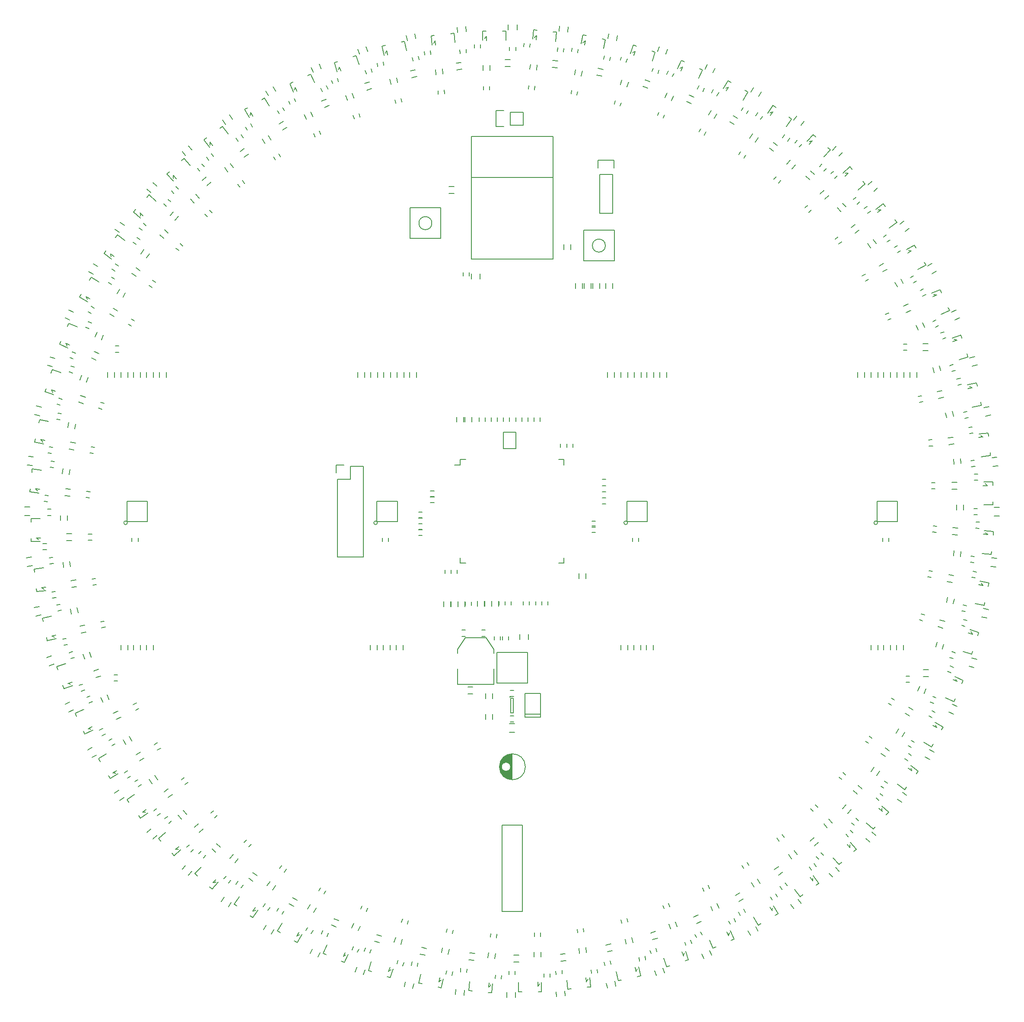
<source format=gto>
G04 #@! TF.FileFunction,Legend,Top*
%FSLAX46Y46*%
G04 Gerber Fmt 4.6, Leading zero omitted, Abs format (unit mm)*
G04 Created by KiCad (PCBNEW 4.0.2-stable) date 14/05/2016 22:57:01*
%MOMM*%
G01*
G04 APERTURE LIST*
%ADD10C,0.100000*%
%ADD11C,0.150000*%
G04 APERTURE END LIST*
D10*
D11*
X139344000Y-180924000D02*
X139344000Y-183972000D01*
X139344000Y-183972000D02*
X146456000Y-183972000D01*
X146456000Y-183972000D02*
X146456000Y-180924000D01*
X139344000Y-177876000D02*
X139344000Y-177114000D01*
X139344000Y-177114000D02*
X140868000Y-174828000D01*
X140868000Y-174828000D02*
X144932000Y-174828000D01*
X144932000Y-174828000D02*
X146456000Y-177114000D01*
X146456000Y-177114000D02*
X146456000Y-177876000D01*
X148100000Y-175250000D02*
X148100000Y-174550000D01*
X149300000Y-174550000D02*
X149300000Y-175250000D01*
X144050000Y-173300000D02*
X144750000Y-173300000D01*
X144750000Y-174500000D02*
X144050000Y-174500000D01*
X140850000Y-174500000D02*
X140150000Y-174500000D01*
X140150000Y-173300000D02*
X140850000Y-173300000D01*
X141600000Y-103150000D02*
X141600000Y-103850000D01*
X140400000Y-103850000D02*
X140400000Y-103150000D01*
X148300000Y-132350000D02*
X148300000Y-131650000D01*
X149500000Y-131650000D02*
X149500000Y-132350000D01*
X174800000Y-155250000D02*
X174800000Y-155950000D01*
X173600000Y-155950000D02*
X173600000Y-155250000D01*
X223800000Y-155250000D02*
X223800000Y-155950000D01*
X222600000Y-155950000D02*
X222600000Y-155250000D01*
X143500000Y-132350000D02*
X143500000Y-131650000D01*
X144700000Y-131650000D02*
X144700000Y-132350000D01*
X145900000Y-132350000D02*
X145900000Y-131650000D01*
X147100000Y-131650000D02*
X147100000Y-132350000D01*
X153100000Y-132350000D02*
X153100000Y-131650000D01*
X154300000Y-131650000D02*
X154300000Y-132350000D01*
X159500000Y-137450000D02*
X159500000Y-136750000D01*
X160700000Y-136750000D02*
X160700000Y-137450000D01*
X167650000Y-143750000D02*
X168350000Y-143750000D01*
X168350000Y-144950000D02*
X167650000Y-144950000D01*
X165650000Y-151900000D02*
X166350000Y-151900000D01*
X166350000Y-153100000D02*
X165650000Y-153100000D01*
X157000000Y-167650000D02*
X157000000Y-168350000D01*
X155800000Y-168350000D02*
X155800000Y-167650000D01*
X143200000Y-167750000D02*
X143200000Y-168450000D01*
X142000000Y-168450000D02*
X142000000Y-167750000D01*
X138050000Y-161500000D02*
X138050000Y-162200000D01*
X136850000Y-162200000D02*
X136850000Y-161500000D01*
X132400000Y-154750000D02*
X131700000Y-154750000D01*
X131700000Y-153550000D02*
X132400000Y-153550000D01*
X134700000Y-148300000D02*
X134000000Y-148300000D01*
X134000000Y-147100000D02*
X134700000Y-147100000D01*
X154600000Y-167650000D02*
X154600000Y-168350000D01*
X153400000Y-168350000D02*
X153400000Y-167650000D01*
X151900000Y-132350000D02*
X151900000Y-131650000D01*
X153100000Y-131650000D02*
X153100000Y-132350000D01*
X167650000Y-146150000D02*
X168350000Y-146150000D01*
X168350000Y-147350000D02*
X167650000Y-147350000D01*
X149800000Y-167650000D02*
X149800000Y-168350000D01*
X148600000Y-168350000D02*
X148600000Y-167650000D01*
X132400000Y-152450000D02*
X131700000Y-152450000D01*
X131700000Y-151250000D02*
X132400000Y-151250000D01*
X144700000Y-132350000D02*
X144700000Y-131650000D01*
X145900000Y-131650000D02*
X145900000Y-132350000D01*
X147100000Y-132350000D02*
X147100000Y-131650000D01*
X148300000Y-131650000D02*
X148300000Y-132350000D01*
X154300000Y-132350000D02*
X154300000Y-131650000D01*
X155500000Y-131650000D02*
X155500000Y-132350000D01*
X160700000Y-137450000D02*
X160700000Y-136750000D01*
X161900000Y-136750000D02*
X161900000Y-137450000D01*
X167650000Y-144950000D02*
X168350000Y-144950000D01*
X168350000Y-146150000D02*
X167650000Y-146150000D01*
X165650000Y-152900000D02*
X166350000Y-152900000D01*
X166350000Y-154100000D02*
X165650000Y-154100000D01*
X155800000Y-167650000D02*
X155800000Y-168350000D01*
X154600000Y-168350000D02*
X154600000Y-167650000D01*
X142000000Y-167750000D02*
X142000000Y-168450000D01*
X140800000Y-168450000D02*
X140800000Y-167750000D01*
X139250000Y-161500000D02*
X139250000Y-162200000D01*
X138050000Y-162200000D02*
X138050000Y-161500000D01*
X132400000Y-153650000D02*
X131700000Y-153650000D01*
X131700000Y-152450000D02*
X132400000Y-152450000D01*
X134700000Y-147200000D02*
X134000000Y-147200000D01*
X134000000Y-146000000D02*
X134700000Y-146000000D01*
X153400000Y-167650000D02*
X153400000Y-168350000D01*
X152200000Y-168350000D02*
X152200000Y-167650000D01*
X150700000Y-132350000D02*
X150700000Y-131650000D01*
X151900000Y-131650000D02*
X151900000Y-132350000D01*
X167650000Y-147350000D02*
X168350000Y-147350000D01*
X168350000Y-148550000D02*
X167650000Y-148550000D01*
X148600000Y-167650000D02*
X148600000Y-168350000D01*
X147400000Y-168350000D02*
X147400000Y-167650000D01*
X132400000Y-151350000D02*
X131700000Y-151350000D01*
X131700000Y-150150000D02*
X132400000Y-150150000D01*
X149650000Y-185100000D02*
X150350000Y-185100000D01*
X150350000Y-186300000D02*
X149650000Y-186300000D01*
X146500000Y-175250000D02*
X146500000Y-174550000D01*
X147700000Y-174550000D02*
X147700000Y-175250000D01*
X76700000Y-155250000D02*
X76700000Y-155950000D01*
X75500000Y-155950000D02*
X75500000Y-155250000D01*
X125800000Y-155250000D02*
X125800000Y-155950000D01*
X124600000Y-155950000D02*
X124600000Y-155250000D01*
X171221210Y-61547460D02*
X171437522Y-60881720D01*
X172578790Y-61252540D02*
X172362478Y-61918280D01*
X205419917Y-77758622D02*
X205888309Y-77238421D01*
X206780083Y-78041378D02*
X206311691Y-78561579D01*
X229943385Y-106684453D02*
X230587738Y-106410941D01*
X231056615Y-107515547D02*
X230412262Y-107789059D01*
X240550000Y-142700000D02*
X241250000Y-142700000D01*
X241250000Y-143900000D02*
X240550000Y-143900000D01*
X235824301Y-180309515D02*
X236463783Y-180594231D01*
X235975699Y-181690485D02*
X235336217Y-181405769D01*
X216311691Y-212538421D02*
X216780083Y-213058622D01*
X215888309Y-213861579D02*
X215419917Y-213341378D01*
X184962478Y-234081720D02*
X185178790Y-234747460D01*
X184037522Y-235118280D02*
X183821210Y-234452540D01*
X147933298Y-241014634D02*
X147860128Y-241710800D01*
X146666702Y-241585366D02*
X146739872Y-240889200D01*
X110994615Y-232196891D02*
X110644615Y-232803109D01*
X109605385Y-232203109D02*
X109955385Y-231596891D01*
X81035827Y-209279685D02*
X80469515Y-209691135D01*
X79764173Y-208720315D02*
X80330485Y-208308865D01*
X62867099Y-176114119D02*
X62182395Y-176259658D01*
X61932901Y-175085881D02*
X62617605Y-174940342D01*
X59717605Y-138659658D02*
X59032901Y-138514119D01*
X59282395Y-137340342D02*
X59967099Y-137485881D01*
X72130485Y-102891135D02*
X71564173Y-102479685D01*
X72269515Y-101508865D02*
X72835827Y-101920315D01*
X98055385Y-75203109D02*
X97705385Y-74596891D01*
X98744615Y-73996891D02*
X99094615Y-74603109D01*
X161640342Y-59817605D02*
X161785881Y-59132901D01*
X162959658Y-59382395D02*
X162814119Y-60067099D01*
X197708865Y-72430485D02*
X198120315Y-71864173D01*
X199091135Y-72569515D02*
X198679685Y-73135827D01*
X224896891Y-98255385D02*
X225503109Y-97905385D01*
X226103109Y-98944615D02*
X225496891Y-99294615D01*
X239489200Y-133539872D02*
X240185366Y-133466702D01*
X240310800Y-134660128D02*
X239614634Y-134733298D01*
X238452540Y-171221210D02*
X239118280Y-171437522D01*
X238747460Y-172578790D02*
X238081720Y-172362478D01*
X222141378Y-205319917D02*
X222661579Y-205788309D01*
X221858622Y-206680083D02*
X221338421Y-206211691D01*
X193505769Y-229836217D02*
X193790485Y-230475699D01*
X192694231Y-230963783D02*
X192409515Y-230324301D01*
X157400000Y-240650000D02*
X157400000Y-241350000D01*
X156200000Y-241350000D02*
X156200000Y-240650000D01*
X119990485Y-235824301D02*
X119705769Y-236463783D01*
X118609515Y-235975699D02*
X118894231Y-235336217D01*
X87561579Y-216311691D02*
X87041378Y-216780083D01*
X86238421Y-215888309D02*
X86758622Y-215419917D01*
X66218280Y-185062478D02*
X65552540Y-185278790D01*
X65181720Y-184137522D02*
X65847460Y-183921210D01*
X58985366Y-148133298D02*
X58289200Y-148060128D01*
X58414634Y-146866702D02*
X59110800Y-146939872D01*
X67503109Y-111194615D02*
X66896891Y-110844615D01*
X67496891Y-109805385D02*
X68103109Y-110155385D01*
X90520315Y-81135827D02*
X90108865Y-80569515D01*
X91079685Y-79864173D02*
X91491135Y-80430485D01*
X123685881Y-62767099D02*
X123540342Y-62082395D01*
X124714119Y-61832901D02*
X124859658Y-62517605D01*
X152266702Y-58885366D02*
X152339872Y-58189200D01*
X153533298Y-58314634D02*
X153460128Y-59010800D01*
X189105385Y-67903109D02*
X189455385Y-67296891D01*
X190494615Y-67896891D02*
X190144615Y-68503109D01*
X218964173Y-90620315D02*
X219530485Y-90208865D01*
X220235827Y-91179685D02*
X219669515Y-91591135D01*
X237132901Y-124085881D02*
X237817605Y-123940342D01*
X238067099Y-125114119D02*
X237382395Y-125259658D01*
X240282395Y-161740342D02*
X240967099Y-161885881D01*
X240717605Y-163059658D02*
X240032901Y-162914119D01*
X227669515Y-197508865D02*
X228235827Y-197920315D01*
X227530485Y-198891135D02*
X226964173Y-198479685D01*
X201644615Y-224996891D02*
X201994615Y-225603109D01*
X200955385Y-226203109D02*
X200605385Y-225596891D01*
X166660128Y-239789200D02*
X166733298Y-240485366D01*
X165539872Y-240610800D02*
X165466702Y-239914634D01*
X128778790Y-238452540D02*
X128562478Y-239118280D01*
X127421210Y-238747460D02*
X127637522Y-238081720D01*
X94880083Y-222341378D02*
X94411691Y-222861579D01*
X93519917Y-222058622D02*
X93988309Y-221538421D01*
X70263783Y-193705769D02*
X69624301Y-193990485D01*
X69136217Y-192894231D02*
X69775699Y-192609515D01*
X58750000Y-157500000D02*
X58050000Y-157500000D01*
X58050000Y-156300000D02*
X58750000Y-156300000D01*
X63975699Y-120090485D02*
X63336217Y-119805769D01*
X63824301Y-118709515D02*
X64463783Y-118994231D01*
X83688309Y-87661579D02*
X83219917Y-87141378D01*
X84111691Y-86338421D02*
X84580083Y-86858622D01*
X114837522Y-66118280D02*
X114621210Y-65452540D01*
X115762478Y-65081720D02*
X115978790Y-65747460D01*
X142600000Y-59150000D02*
X142600000Y-58450000D01*
X143800000Y-58450000D02*
X143800000Y-59150000D01*
X180309515Y-64275699D02*
X180594231Y-63636217D01*
X181690485Y-64124301D02*
X181405769Y-64763783D01*
X212438421Y-83788309D02*
X212958622Y-83319917D01*
X213761579Y-84211691D02*
X213241378Y-84680083D01*
X233981720Y-115037522D02*
X234647460Y-114821210D01*
X235018280Y-115962478D02*
X234352540Y-116178790D01*
X240914634Y-152066702D02*
X241610800Y-152139872D01*
X241485366Y-153333298D02*
X240789200Y-153260128D01*
X232296891Y-189105385D02*
X232903109Y-189455385D01*
X232303109Y-190494615D02*
X231696891Y-190144615D01*
X209179685Y-219064173D02*
X209591135Y-219630485D01*
X208620315Y-220335827D02*
X208208865Y-219769515D01*
X176014119Y-237232901D02*
X176159658Y-237917605D01*
X174985881Y-238167099D02*
X174840342Y-237482395D01*
X138359658Y-240282395D02*
X138214119Y-240967099D01*
X137040342Y-240717605D02*
X137185881Y-240032901D01*
X102591135Y-227669515D02*
X102179685Y-228235827D01*
X101208865Y-227530485D02*
X101620315Y-226964173D01*
X75203109Y-201944615D02*
X74596891Y-202294615D01*
X73996891Y-201255385D02*
X74603109Y-200905385D01*
X60610800Y-166960128D02*
X59914634Y-167033298D01*
X59789200Y-165839872D02*
X60485366Y-165766702D01*
X61447460Y-129178790D02*
X60781720Y-128962478D01*
X61152540Y-127821210D02*
X61818280Y-128037522D01*
X77458622Y-94880083D02*
X76938421Y-94411691D01*
X77741378Y-93519917D02*
X78261579Y-93988309D01*
X106494231Y-70163783D02*
X106209515Y-69524301D01*
X107305769Y-69036217D02*
X107590485Y-69675699D01*
X132839872Y-60510800D02*
X132766702Y-59814634D01*
X133960128Y-59689200D02*
X134033298Y-60385366D01*
X170021210Y-70147460D02*
X170237522Y-69481720D01*
X171378790Y-69852540D02*
X171162478Y-70518280D01*
X178778790Y-63452540D02*
X178562478Y-64118280D01*
X177421210Y-63747460D02*
X177637522Y-63081720D01*
X201319917Y-84858622D02*
X201788309Y-84338421D01*
X202680083Y-85141378D02*
X202211691Y-85661579D01*
X211580083Y-82741378D02*
X211111691Y-83261579D01*
X210219917Y-82458622D02*
X210688309Y-81938421D01*
X223143385Y-111384453D02*
X223787738Y-111110941D01*
X224256615Y-112215547D02*
X223612262Y-112489059D01*
X233563783Y-113605769D02*
X232924301Y-113890485D01*
X232436217Y-112794231D02*
X233075699Y-112509515D01*
X232150000Y-144400000D02*
X232850000Y-144400000D01*
X232850000Y-145600000D02*
X232150000Y-145600000D01*
X241150000Y-150700000D02*
X240450000Y-150700000D01*
X240450000Y-149500000D02*
X241150000Y-149500000D01*
X227150000Y-182300000D02*
X227850000Y-182300000D01*
X227850000Y-183500000D02*
X227150000Y-183500000D01*
X232575699Y-187690485D02*
X231936217Y-187405769D01*
X232424301Y-186309515D02*
X233063783Y-186594231D01*
X209411691Y-207538421D02*
X209880083Y-208058622D01*
X208988309Y-208861579D02*
X208519917Y-208341378D01*
X210088309Y-218261579D02*
X209619917Y-217741378D01*
X210511691Y-216938421D02*
X210980083Y-217458622D01*
X180662478Y-226881720D02*
X180878790Y-227547460D01*
X179737522Y-227918280D02*
X179521210Y-227252540D01*
X177237522Y-236718280D02*
X177021210Y-236052540D01*
X178162478Y-235681720D02*
X178378790Y-236347460D01*
X147033298Y-232914634D02*
X146960128Y-233610800D01*
X145766702Y-233485366D02*
X145839872Y-232789200D01*
X139866702Y-240285366D02*
X139939872Y-239589200D01*
X141133298Y-239714634D02*
X141060128Y-240410800D01*
X113494615Y-224396891D02*
X113144615Y-225003109D01*
X112105385Y-224403109D02*
X112455385Y-223796891D01*
X103905385Y-228403109D02*
X104255385Y-227796891D01*
X105294615Y-228396891D02*
X104944615Y-229003109D01*
X86435827Y-203179685D02*
X85869515Y-203591135D01*
X85164173Y-202620315D02*
X85730485Y-202208865D01*
X76064173Y-203020315D02*
X76630485Y-202608865D01*
X77335827Y-203579685D02*
X76769515Y-203991135D01*
X70267099Y-172714119D02*
X69582395Y-172859658D01*
X69332901Y-171685881D02*
X70017605Y-171540342D01*
X60732901Y-168385881D02*
X61417605Y-168240342D01*
X61667099Y-169414119D02*
X60982395Y-169559658D01*
X67917605Y-138659658D02*
X67232901Y-138514119D01*
X67482395Y-137340342D02*
X68167099Y-137485881D01*
X60982395Y-130740342D02*
X61667099Y-130885881D01*
X61417605Y-132059658D02*
X60732901Y-131914119D01*
X79430485Y-106091135D02*
X78864173Y-105679685D01*
X79569515Y-104708865D02*
X80135827Y-105120315D01*
X76469515Y-96308865D02*
X77035827Y-96720315D01*
X76330485Y-97691135D02*
X75764173Y-97279685D01*
X103555385Y-81103109D02*
X103205385Y-80496891D01*
X104244615Y-79896891D02*
X104594615Y-80503109D01*
X105044615Y-70796891D02*
X105394615Y-71403109D01*
X104355385Y-72003109D02*
X104005385Y-71396891D01*
X161540342Y-68117605D02*
X161685881Y-67432901D01*
X162859658Y-67682395D02*
X162714119Y-68367099D01*
X169259658Y-60882395D02*
X169114119Y-61567099D01*
X167940342Y-61317605D02*
X168085881Y-60632901D01*
X194406860Y-80054647D02*
X194798295Y-79474321D01*
X195793140Y-80145353D02*
X195401705Y-80725679D01*
X204391135Y-76869515D02*
X203979685Y-77435827D01*
X203008865Y-76730485D02*
X203420315Y-76164173D01*
X218596891Y-103855385D02*
X219203109Y-103505385D01*
X219803109Y-104544615D02*
X219196891Y-104894615D01*
X229203109Y-104844615D02*
X228596891Y-105194615D01*
X227996891Y-104155385D02*
X228603109Y-103805385D01*
X231589200Y-136039872D02*
X232285366Y-135966702D01*
X232410800Y-137160128D02*
X231714634Y-137233298D01*
X240710800Y-141160128D02*
X240014634Y-141233298D01*
X239889200Y-140039872D02*
X240585366Y-139966702D01*
X230152540Y-170121210D02*
X230818280Y-170337522D01*
X230447460Y-171478790D02*
X229781720Y-171262478D01*
X236447460Y-178878790D02*
X235781720Y-178662478D01*
X236152540Y-177521210D02*
X236818280Y-177737522D01*
X214841378Y-201219917D02*
X215361579Y-201688309D01*
X214558622Y-202580083D02*
X214038421Y-202111691D01*
X217058622Y-211580083D02*
X216538421Y-211111691D01*
X217341378Y-210219917D02*
X217861579Y-210688309D01*
X188405769Y-223336217D02*
X188690485Y-223975699D01*
X187594231Y-224463783D02*
X187309515Y-223824301D01*
X186094231Y-233563783D02*
X185809515Y-232924301D01*
X186905769Y-232436217D02*
X187190485Y-233075699D01*
X155600000Y-232650000D02*
X155600000Y-233350000D01*
X154400000Y-233350000D02*
X154400000Y-232650000D01*
X149400000Y-240850000D02*
X149400000Y-240150000D01*
X150600000Y-240150000D02*
X150600000Y-240850000D01*
X121690485Y-227824301D02*
X121405769Y-228463783D01*
X120309515Y-227975699D02*
X120594231Y-227336217D01*
X112609515Y-232875699D02*
X112894231Y-232236217D01*
X113990485Y-232724301D02*
X113705769Y-233363783D01*
X92261579Y-209611691D02*
X91741378Y-210080083D01*
X90938421Y-209188309D02*
X91458622Y-208719917D01*
X81938421Y-210288309D02*
X82458622Y-209819917D01*
X83261579Y-210711691D02*
X82741378Y-211180083D01*
X72700000Y-183250000D02*
X72000000Y-183250000D01*
X72000000Y-182050000D02*
X72700000Y-182050000D01*
X63181720Y-177737522D02*
X63847460Y-177521210D01*
X64218280Y-178662478D02*
X63552540Y-178878790D01*
X67185366Y-147333298D02*
X66489200Y-147260128D01*
X66614634Y-146066702D02*
X67310800Y-146139872D01*
X59614634Y-140166702D02*
X60310800Y-140239872D01*
X60185366Y-141433298D02*
X59489200Y-141360128D01*
X75403109Y-113694615D02*
X74796891Y-113344615D01*
X75396891Y-112305385D02*
X76003109Y-112655385D01*
X71496891Y-104105385D02*
X72103109Y-104455385D01*
X71503109Y-105494615D02*
X70896891Y-105144615D01*
X96620315Y-86435827D02*
X96208865Y-85869515D01*
X97179685Y-85164173D02*
X97591135Y-85730485D01*
X96879685Y-76164173D02*
X97291135Y-76730485D01*
X96320315Y-77435827D02*
X95908865Y-76869515D01*
X127185881Y-69967099D02*
X127040342Y-69282395D01*
X128214119Y-69032901D02*
X128359658Y-69717605D01*
X131614119Y-60732901D02*
X131759658Y-61417605D01*
X130585881Y-61667099D02*
X130440342Y-60982395D01*
X153166702Y-67185366D02*
X153239872Y-66489200D01*
X154433298Y-66614634D02*
X154360128Y-67310800D01*
X160133298Y-59214634D02*
X160060128Y-59910800D01*
X158866702Y-59785366D02*
X158939872Y-59089200D01*
X186605385Y-75603109D02*
X186955385Y-74996891D01*
X187994615Y-75596891D02*
X187644615Y-76203109D01*
X196294615Y-71396891D02*
X195944615Y-72003109D01*
X194905385Y-71403109D02*
X195255385Y-70796891D01*
X213264173Y-96620315D02*
X213830485Y-96208865D01*
X214535827Y-97179685D02*
X213969515Y-97591135D01*
X224035827Y-96779685D02*
X223469515Y-97191135D01*
X222764173Y-96220315D02*
X223330485Y-95808865D01*
X229532901Y-127485881D02*
X230217605Y-127340342D01*
X230467099Y-128514119D02*
X229782395Y-128659658D01*
X239367099Y-131614119D02*
X238682395Y-131759658D01*
X238432901Y-130585881D02*
X239117605Y-130440342D01*
X231682395Y-161640342D02*
X232367099Y-161785881D01*
X232117605Y-162959658D02*
X231432901Y-162814119D01*
X238817605Y-169659658D02*
X238132901Y-169514119D01*
X238382395Y-168340342D02*
X239067099Y-168485881D01*
X219969515Y-194108865D02*
X220535827Y-194520315D01*
X219830485Y-195491135D02*
X219264173Y-195079685D01*
X222830485Y-204291135D02*
X222264173Y-203879685D01*
X222969515Y-202908865D02*
X223535827Y-203320315D01*
X196044615Y-218796891D02*
X196394615Y-219403109D01*
X195355385Y-220003109D02*
X195005385Y-219396891D01*
X194655385Y-229203109D02*
X194305385Y-228596891D01*
X195344615Y-227996891D02*
X195694615Y-228603109D01*
X163960128Y-231789200D02*
X164033298Y-232485366D01*
X162839872Y-232610800D02*
X162766702Y-231914634D01*
X158639872Y-240810800D02*
X158566702Y-240114634D01*
X159760128Y-239989200D02*
X159833298Y-240685366D01*
X129678790Y-230252540D02*
X129462478Y-230918280D01*
X128321210Y-230547460D02*
X128537522Y-229881720D01*
X121021210Y-236247460D02*
X121237522Y-235581720D01*
X122378790Y-235952540D02*
X122162478Y-236618280D01*
X98880083Y-215241378D02*
X98411691Y-215761579D01*
X97519917Y-214958622D02*
X97988309Y-214438421D01*
X88619917Y-217158622D02*
X89088309Y-216638421D01*
X89980083Y-217441378D02*
X89511691Y-217961579D01*
X76863783Y-188705769D02*
X76224301Y-188990485D01*
X75736217Y-187894231D02*
X76375699Y-187609515D01*
X66636217Y-186494231D02*
X67275699Y-186209515D01*
X67763783Y-187305769D02*
X67124301Y-187590485D01*
X67650000Y-155700000D02*
X66950000Y-155700000D01*
X66950000Y-154500000D02*
X67650000Y-154500000D01*
X58950000Y-149600000D02*
X59650000Y-149600000D01*
X59650000Y-150800000D02*
X58950000Y-150800000D01*
X72950000Y-118800000D02*
X72250000Y-118800000D01*
X72250000Y-117600000D02*
X72950000Y-117600000D01*
X66924301Y-112809515D02*
X67563783Y-113094231D01*
X67075699Y-114190485D02*
X66436217Y-113905769D01*
X90288309Y-92261579D02*
X89819917Y-91741378D01*
X90711691Y-90938421D02*
X91180083Y-91458622D01*
X89211691Y-81938421D02*
X89680083Y-82458622D01*
X88788309Y-83261579D02*
X88319917Y-82741378D01*
X119037522Y-73018280D02*
X118821210Y-72352540D01*
X119962478Y-71981720D02*
X120178790Y-72647460D01*
X122362478Y-63181720D02*
X122578790Y-63847460D01*
X121437522Y-64218280D02*
X121221210Y-63552540D01*
X144400000Y-67350000D02*
X144400000Y-66650000D01*
X145600000Y-66650000D02*
X145600000Y-67350000D01*
X150700000Y-58950000D02*
X150700000Y-59650000D01*
X149500000Y-59650000D02*
X149500000Y-58950000D01*
X178509515Y-72375699D02*
X178794231Y-71736217D01*
X179890485Y-72224301D02*
X179605769Y-72863783D01*
X187690485Y-67024301D02*
X187405769Y-67663783D01*
X186309515Y-67175699D02*
X186594231Y-66536217D01*
X207338421Y-90488309D02*
X207858622Y-90019917D01*
X208661579Y-90911691D02*
X208141378Y-91380083D01*
X218161579Y-89311691D02*
X217641378Y-89780083D01*
X216838421Y-88888309D02*
X217358622Y-88419917D01*
X226650000Y-117200000D02*
X227350000Y-117200000D01*
X227350000Y-118400000D02*
X226650000Y-118400000D01*
X236818280Y-122362478D02*
X236152540Y-122578790D01*
X235781720Y-121437522D02*
X236447460Y-121221210D01*
X232514634Y-152866702D02*
X233210800Y-152939872D01*
X233085366Y-154133298D02*
X232389200Y-154060128D01*
X240485366Y-160033298D02*
X239789200Y-159960128D01*
X239914634Y-158766702D02*
X240610800Y-158839872D01*
X224296891Y-186605385D02*
X224903109Y-186955385D01*
X224303109Y-187994615D02*
X223696891Y-187644615D01*
X228203109Y-196294615D02*
X227596891Y-195944615D01*
X228196891Y-194905385D02*
X228803109Y-195255385D01*
X202879685Y-213364173D02*
X203291135Y-213930485D01*
X202320315Y-214635827D02*
X201908865Y-214069515D01*
X202920315Y-224135827D02*
X202508865Y-223569515D01*
X203479685Y-222864173D02*
X203891135Y-223430485D01*
X172514119Y-229832901D02*
X172659658Y-230517605D01*
X171485881Y-230767099D02*
X171340342Y-230082395D01*
X168185881Y-239067099D02*
X168040342Y-238382395D01*
X169214119Y-238132901D02*
X169359658Y-238817605D01*
X138459658Y-232082395D02*
X138314119Y-232767099D01*
X137140342Y-232517605D02*
X137285881Y-231832901D01*
X130240342Y-239017605D02*
X130385881Y-238332901D01*
X131559658Y-238582395D02*
X131414119Y-239267099D01*
X105791135Y-220169515D02*
X105379685Y-220735827D01*
X104408865Y-220030485D02*
X104820315Y-219464173D01*
X95908865Y-223130485D02*
X96320315Y-222564173D01*
X97291135Y-223269515D02*
X96879685Y-223835827D01*
X81103109Y-196444615D02*
X80496891Y-196794615D01*
X79896891Y-195755385D02*
X80503109Y-195405385D01*
X70996891Y-194955385D02*
X71603109Y-194605385D01*
X72203109Y-195644615D02*
X71596891Y-195994615D01*
X68510800Y-164360128D02*
X67814634Y-164433298D01*
X67689200Y-163239872D02*
X68385366Y-163166702D01*
X59289200Y-159139872D02*
X59985366Y-159066702D01*
X60110800Y-160260128D02*
X59414634Y-160333298D01*
X69647460Y-129978790D02*
X68981720Y-129762478D01*
X69352540Y-128621210D02*
X70018280Y-128837522D01*
X63552540Y-121521210D02*
X64218280Y-121737522D01*
X63847460Y-122878790D02*
X63181720Y-122662478D01*
X84658622Y-98880083D02*
X84138421Y-98411691D01*
X84941378Y-97519917D02*
X85461579Y-97988309D01*
X82541378Y-88819917D02*
X83061579Y-89288309D01*
X82258622Y-90180083D02*
X81738421Y-89711691D01*
X111394231Y-76563783D02*
X111109515Y-75924301D01*
X112205769Y-75436217D02*
X112490485Y-76075699D01*
X113605769Y-66536217D02*
X113890485Y-67175699D01*
X112794231Y-67663783D02*
X112509515Y-67024301D01*
X135539872Y-68210800D02*
X135466702Y-67514634D01*
X136660128Y-67389200D02*
X136733298Y-68085366D01*
X140960128Y-59389200D02*
X141033298Y-60085366D01*
X139839872Y-60210800D02*
X139766702Y-59514634D01*
X164125000Y-106300000D02*
X164125000Y-105300000D01*
X165475000Y-105300000D02*
X165475000Y-106300000D01*
X162425000Y-106300000D02*
X162425000Y-105300000D01*
X163775000Y-105300000D02*
X163775000Y-106300000D01*
X141300000Y-184425000D02*
X142300000Y-184425000D01*
X142300000Y-185775000D02*
X141300000Y-185775000D01*
X161475000Y-97700000D02*
X161475000Y-98700000D01*
X160125000Y-98700000D02*
X160125000Y-97700000D01*
X164425000Y-162200000D02*
X164425000Y-163200000D01*
X163075000Y-163200000D02*
X163075000Y-162200000D01*
X139125000Y-132500000D02*
X139125000Y-131500000D01*
X140475000Y-131500000D02*
X140475000Y-132500000D01*
X138600000Y-87675000D02*
X137600000Y-87675000D01*
X137600000Y-86325000D02*
X138600000Y-86325000D01*
X140725000Y-132500000D02*
X140725000Y-131500000D01*
X142075000Y-131500000D02*
X142075000Y-132500000D01*
X77175000Y-176200000D02*
X77175000Y-177200000D01*
X75825000Y-177200000D02*
X75825000Y-176200000D01*
X79675000Y-176200000D02*
X79675000Y-177200000D01*
X78325000Y-177200000D02*
X78325000Y-176200000D01*
X143225000Y-168600000D02*
X143225000Y-167600000D01*
X144575000Y-167600000D02*
X144575000Y-168600000D01*
X74675000Y-122700000D02*
X74675000Y-123700000D01*
X73325000Y-123700000D02*
X73325000Y-122700000D01*
X78325000Y-123700000D02*
X78325000Y-122700000D01*
X79675000Y-122700000D02*
X79675000Y-123700000D01*
X146025000Y-168600000D02*
X146025000Y-167600000D01*
X147375000Y-167600000D02*
X147375000Y-168600000D01*
X72075000Y-122700000D02*
X72075000Y-123700000D01*
X70725000Y-123700000D02*
X70725000Y-122700000D01*
X80925000Y-123700000D02*
X80925000Y-122700000D01*
X82275000Y-122700000D02*
X82275000Y-123700000D01*
X73325000Y-177200000D02*
X73325000Y-176200000D01*
X74675000Y-176200000D02*
X74675000Y-177200000D01*
X75825000Y-123700000D02*
X75825000Y-122700000D01*
X77175000Y-122700000D02*
X77175000Y-123700000D01*
X144625000Y-168600000D02*
X144625000Y-167600000D01*
X145975000Y-167600000D02*
X145975000Y-168600000D01*
X139425000Y-168700000D02*
X139425000Y-167700000D01*
X140775000Y-167700000D02*
X140775000Y-168700000D01*
X136625000Y-168700000D02*
X136625000Y-167700000D01*
X137975000Y-167700000D02*
X137975000Y-168700000D01*
X126075000Y-176200000D02*
X126075000Y-177200000D01*
X124725000Y-177200000D02*
X124725000Y-176200000D01*
X138025000Y-168700000D02*
X138025000Y-167700000D01*
X139375000Y-167700000D02*
X139375000Y-168700000D01*
X128675000Y-176200000D02*
X128675000Y-177200000D01*
X127325000Y-177200000D02*
X127325000Y-176200000D01*
X123675000Y-122700000D02*
X123675000Y-123700000D01*
X122325000Y-123700000D02*
X122325000Y-122700000D01*
X127425000Y-123700000D02*
X127425000Y-122700000D01*
X128775000Y-122700000D02*
X128775000Y-123700000D01*
X121075000Y-122700000D02*
X121075000Y-123700000D01*
X119725000Y-123700000D02*
X119725000Y-122700000D01*
X129925000Y-123700000D02*
X129925000Y-122700000D01*
X131275000Y-122700000D02*
X131275000Y-123700000D01*
X122225000Y-177200000D02*
X122225000Y-176200000D01*
X123575000Y-176200000D02*
X123575000Y-177200000D01*
X124825000Y-123700000D02*
X124825000Y-122700000D01*
X126175000Y-122700000D02*
X126175000Y-123700000D01*
X168325000Y-106300000D02*
X168325000Y-105300000D01*
X169675000Y-105300000D02*
X169675000Y-106300000D01*
X165825000Y-106300000D02*
X165825000Y-105300000D01*
X167175000Y-105300000D02*
X167175000Y-106300000D01*
X175175000Y-176200000D02*
X175175000Y-177200000D01*
X173825000Y-177200000D02*
X173825000Y-176200000D01*
X177675000Y-176200000D02*
X177675000Y-177200000D01*
X176325000Y-177200000D02*
X176325000Y-176200000D01*
X172675000Y-122700000D02*
X172675000Y-123700000D01*
X171325000Y-123700000D02*
X171325000Y-122700000D01*
X176425000Y-123700000D02*
X176425000Y-122700000D01*
X177775000Y-122700000D02*
X177775000Y-123700000D01*
X170075000Y-122700000D02*
X170075000Y-123700000D01*
X168725000Y-123700000D02*
X168725000Y-122700000D01*
X178925000Y-123700000D02*
X178925000Y-122700000D01*
X180275000Y-122700000D02*
X180275000Y-123700000D01*
X171325000Y-177200000D02*
X171325000Y-176200000D01*
X172675000Y-176200000D02*
X172675000Y-177200000D01*
X173925000Y-123700000D02*
X173925000Y-122700000D01*
X175275000Y-122700000D02*
X175275000Y-123700000D01*
X224175000Y-176200000D02*
X224175000Y-177200000D01*
X222825000Y-177200000D02*
X222825000Y-176200000D01*
X226675000Y-176200000D02*
X226675000Y-177200000D01*
X225325000Y-177200000D02*
X225325000Y-176200000D01*
X221675000Y-122700000D02*
X221675000Y-123700000D01*
X220325000Y-123700000D02*
X220325000Y-122700000D01*
X225425000Y-123700000D02*
X225425000Y-122700000D01*
X226775000Y-122700000D02*
X226775000Y-123700000D01*
X219075000Y-122700000D02*
X219075000Y-123700000D01*
X217725000Y-123700000D02*
X217725000Y-122700000D01*
X227925000Y-123700000D02*
X227925000Y-122700000D01*
X229275000Y-122700000D02*
X229275000Y-123700000D01*
X220325000Y-177200000D02*
X220325000Y-176200000D01*
X221675000Y-176200000D02*
X221675000Y-177200000D01*
X222825000Y-123700000D02*
X222825000Y-122700000D01*
X224175000Y-122700000D02*
X224175000Y-123700000D01*
X146175000Y-185700000D02*
X146175000Y-186700000D01*
X144825000Y-186700000D02*
X144825000Y-185700000D01*
X144825000Y-190800000D02*
X144825000Y-189800000D01*
X146175000Y-189800000D02*
X146175000Y-190800000D01*
X172796472Y-65833058D02*
X172487455Y-66784115D01*
X171203528Y-66366942D02*
X171512545Y-65415885D01*
X176033058Y-65403528D02*
X176984115Y-65712545D01*
X176566942Y-66996472D02*
X175615885Y-66687455D01*
X205536188Y-82080091D02*
X204867057Y-82823236D01*
X203863812Y-81919909D02*
X204532943Y-81176764D01*
X208480091Y-83263812D02*
X209223236Y-83932943D01*
X208319909Y-84936188D02*
X207576764Y-84267057D01*
X228123996Y-110625975D02*
X227203491Y-111016706D01*
X226676004Y-109774025D02*
X227596509Y-109383294D01*
X230413275Y-112968680D02*
X230820012Y-113882225D01*
X229586725Y-114431320D02*
X229179988Y-113517775D01*
X237200000Y-145675000D02*
X236200000Y-145675000D01*
X236200000Y-144325000D02*
X237200000Y-144325000D01*
X238475000Y-148700000D02*
X238475000Y-149700000D01*
X237125000Y-149700000D02*
X237125000Y-148700000D01*
X231600000Y-182375000D02*
X230600000Y-182375000D01*
X230600000Y-181025000D02*
X231600000Y-181025000D01*
X231120012Y-184817775D02*
X230713275Y-185731320D01*
X229479988Y-185182225D02*
X229886725Y-184268680D01*
X211732943Y-212023236D02*
X211063812Y-211280091D01*
X212067057Y-210376764D02*
X212736188Y-211119909D01*
X210023236Y-214967057D02*
X209280091Y-215636188D01*
X208376764Y-214632943D02*
X209119909Y-213963812D01*
X181012545Y-231884115D02*
X180703528Y-230933058D01*
X181987455Y-230515885D02*
X182296472Y-231466942D01*
X178484115Y-233687455D02*
X177533058Y-233996472D01*
X177115885Y-232712545D02*
X178066942Y-232403528D01*
X145276433Y-237526704D02*
X145380962Y-236532182D01*
X146723567Y-236673296D02*
X146619038Y-237667818D01*
X142526704Y-238023567D02*
X141532182Y-237919038D01*
X141673296Y-236576433D02*
X142667818Y-236680962D01*
X109965433Y-227995513D02*
X110465433Y-227129487D01*
X111634567Y-227804487D02*
X111134567Y-228670513D01*
X107195513Y-227434567D02*
X106329487Y-226934567D01*
X107004487Y-225765433D02*
X107870513Y-226265433D01*
X81798736Y-205047806D02*
X82607753Y-204460021D01*
X83401264Y-205552194D02*
X82592247Y-206139979D01*
X79447806Y-203401264D02*
X78860021Y-202592247D01*
X79952194Y-201798736D02*
X80539979Y-202607753D01*
X65270586Y-172543706D02*
X66248733Y-172335795D01*
X66529414Y-173656294D02*
X65551267Y-173864205D01*
X63643706Y-170129414D02*
X63435795Y-169151267D01*
X64756294Y-168870586D02*
X64964205Y-169848733D01*
X63451267Y-136435795D02*
X64429414Y-136643706D01*
X64148733Y-137964205D02*
X63170586Y-137756294D01*
X62935795Y-133548733D02*
X63143706Y-132570586D01*
X64464205Y-132851267D02*
X64256294Y-133829414D01*
X76292247Y-102260021D02*
X77101264Y-102847806D01*
X76307753Y-103939979D02*
X75498736Y-103352194D01*
X77260021Y-99507753D02*
X77847806Y-98698736D01*
X78939979Y-99492247D02*
X78352194Y-100301264D01*
X102234567Y-76329487D02*
X102734567Y-77195513D01*
X101565433Y-77870513D02*
X101065433Y-77004487D01*
X104329487Y-74065433D02*
X105195513Y-73565433D01*
X105870513Y-74734567D02*
X105004487Y-75234567D01*
X163764205Y-63651267D02*
X163556294Y-64629414D01*
X162235795Y-64348733D02*
X162443706Y-63370586D01*
X166851267Y-63135795D02*
X167829414Y-63343706D01*
X167548733Y-64664205D02*
X166570586Y-64456294D01*
X198239197Y-76762936D02*
X197680004Y-77591974D01*
X196560803Y-76837064D02*
X197119996Y-76008026D01*
X201192247Y-77660021D02*
X202001264Y-78247806D01*
X201207753Y-79339979D02*
X200398736Y-78752194D01*
X223470513Y-102534567D02*
X222604487Y-103034567D01*
X221929487Y-101865433D02*
X222795513Y-101365433D01*
X226134567Y-104429487D02*
X226634567Y-105295513D01*
X225465433Y-105970513D02*
X224965433Y-105104487D01*
X236567818Y-136819038D02*
X235573296Y-136923567D01*
X235432182Y-135580962D02*
X236426704Y-135476433D01*
X237819038Y-139632182D02*
X237923567Y-140626704D01*
X236580962Y-140767818D02*
X236476433Y-139773296D01*
X234366942Y-172896472D02*
X233415885Y-172587455D01*
X233833058Y-171303528D02*
X234784115Y-171612545D01*
X234596472Y-176033058D02*
X234287455Y-176984115D01*
X233003528Y-176566942D02*
X233312545Y-175615885D01*
X217619909Y-205436188D02*
X216876764Y-204767057D01*
X217780091Y-203763812D02*
X218523236Y-204432943D01*
X216436188Y-208480091D02*
X215767057Y-209223236D01*
X214763812Y-208319909D02*
X215432943Y-207576764D01*
X189286725Y-228331320D02*
X188879988Y-227417775D01*
X190113275Y-226868680D02*
X190520012Y-227782225D01*
X187031320Y-230413275D02*
X186117775Y-230820012D01*
X185568680Y-229586725D02*
X186482225Y-229179988D01*
X154325000Y-237400000D02*
X154325000Y-236400000D01*
X155675000Y-236400000D02*
X155675000Y-237400000D01*
X151300000Y-238375000D02*
X150300000Y-238375000D01*
X150300000Y-237025000D02*
X151300000Y-237025000D01*
X118579988Y-231682225D02*
X118986725Y-230768680D01*
X120220012Y-231317775D02*
X119813275Y-232231320D01*
X115482225Y-231520012D02*
X114568680Y-231113275D01*
X115117775Y-229879988D02*
X116031320Y-230286725D01*
X87776764Y-211932943D02*
X88519909Y-211263812D01*
X89423236Y-212267057D02*
X88680091Y-212936188D01*
X85232943Y-210323236D02*
X84563812Y-209580091D01*
X85567057Y-208676764D02*
X86236188Y-209419909D01*
X68015885Y-181312545D02*
X68966942Y-181003528D01*
X69384115Y-182287455D02*
X68433058Y-182596472D01*
X66212545Y-178984115D02*
X65903528Y-178033058D01*
X67187455Y-177615885D02*
X67496472Y-178566942D01*
X62473296Y-145576433D02*
X63467818Y-145680962D01*
X63326704Y-147023567D02*
X62332182Y-146919038D01*
X61876433Y-142626704D02*
X61980962Y-141632182D01*
X63323567Y-141773296D02*
X63219038Y-142767818D01*
X71804487Y-110165433D02*
X72670513Y-110665433D01*
X71995513Y-111834567D02*
X71129487Y-111334567D01*
X72565433Y-107295513D02*
X73065433Y-106429487D01*
X74234567Y-107104487D02*
X73734567Y-107970513D01*
X94752194Y-81798736D02*
X95339979Y-82607753D01*
X94247806Y-83401264D02*
X93660021Y-82592247D01*
X96698736Y-79447806D02*
X97507753Y-78860021D01*
X98301264Y-79952194D02*
X97492247Y-80539979D01*
X127356294Y-64970586D02*
X127564205Y-65948733D01*
X126243706Y-66229414D02*
X126035795Y-65251267D01*
X130070586Y-63643706D02*
X131048733Y-63435795D01*
X131329414Y-64756294D02*
X130351267Y-64964205D01*
X154923567Y-62473296D02*
X154819038Y-63467818D01*
X153476433Y-63326704D02*
X153580962Y-62332182D01*
X157973296Y-61576433D02*
X158967818Y-61680962D01*
X158826704Y-63023567D02*
X157832182Y-62919038D01*
X190134567Y-72104487D02*
X189634567Y-72970513D01*
X188465433Y-72295513D02*
X188965433Y-71429487D01*
X193304487Y-72465433D02*
X194170513Y-72965433D01*
X193495513Y-74134567D02*
X192629487Y-73634567D01*
X218001264Y-94852194D02*
X217192247Y-95439979D01*
X216398736Y-94347806D02*
X217207753Y-93760021D01*
X220752194Y-96698736D02*
X221339979Y-97507753D01*
X220247806Y-98301264D02*
X219660021Y-97492247D01*
X234529414Y-127656294D02*
X233551267Y-127864205D01*
X233270586Y-126543706D02*
X234248733Y-126335795D01*
X236256294Y-130370586D02*
X236464205Y-131348733D01*
X235143706Y-131629414D02*
X234935795Y-130651267D01*
X236248733Y-163964205D02*
X235270586Y-163756294D01*
X235551267Y-162435795D02*
X236529414Y-162643706D01*
X236664205Y-167151267D02*
X236456294Y-168129414D01*
X235135795Y-167848733D02*
X235343706Y-166870586D01*
X223107753Y-198039979D02*
X222298736Y-197452194D01*
X223092247Y-196360021D02*
X223901264Y-196947806D01*
X222039979Y-200992247D02*
X221452194Y-201801264D01*
X220360021Y-201007753D02*
X220947806Y-200198736D01*
X197365433Y-223670513D02*
X196865433Y-222804487D01*
X198034567Y-222129487D02*
X198534567Y-222995513D01*
X195270513Y-226034567D02*
X194404487Y-226534567D01*
X193729487Y-225365433D02*
X194595513Y-224865433D01*
X163180962Y-236667818D02*
X163076433Y-235673296D01*
X164419038Y-235532182D02*
X164523567Y-236526704D01*
X160567818Y-238119038D02*
X159573296Y-238223567D01*
X159432182Y-236880962D02*
X160426704Y-236776433D01*
X126903528Y-234466942D02*
X127212545Y-233515885D01*
X128496472Y-233933058D02*
X128187455Y-234884115D01*
X123966942Y-234596472D02*
X123015885Y-234287455D01*
X123433058Y-233003528D02*
X124384115Y-233312545D01*
X94663812Y-218019909D02*
X95332943Y-217276764D01*
X96336188Y-218180091D02*
X95667057Y-218923236D01*
X91919909Y-216836188D02*
X91176764Y-216167057D01*
X92080091Y-215163812D02*
X92823236Y-215832943D01*
X71868680Y-189586725D02*
X72782225Y-189179988D01*
X73331320Y-190413275D02*
X72417775Y-190820012D01*
X69786725Y-187431320D02*
X69379988Y-186517775D01*
X70613275Y-185968680D02*
X71020012Y-186882225D01*
X62700000Y-154425000D02*
X63700000Y-154425000D01*
X63700000Y-155775000D02*
X62700000Y-155775000D01*
X61525000Y-151800000D02*
X61525000Y-150800000D01*
X62875000Y-150800000D02*
X62875000Y-151800000D01*
X68117775Y-118679988D02*
X69031320Y-119086725D01*
X68482225Y-120320012D02*
X67568680Y-119913275D01*
X68279988Y-115782225D02*
X68686725Y-114868680D01*
X69920012Y-115417775D02*
X69513275Y-116331320D01*
X87967057Y-87876764D02*
X88636188Y-88619909D01*
X87632943Y-89523236D02*
X86963812Y-88780091D01*
X89276764Y-85132943D02*
X90019909Y-84463812D01*
X90923236Y-85467057D02*
X90180091Y-86136188D01*
X118687455Y-68015885D02*
X118996472Y-68966942D01*
X117712545Y-69384115D02*
X117403528Y-68433058D01*
X121115885Y-66112545D02*
X122066942Y-65803528D01*
X122484115Y-67087455D02*
X121533058Y-67396472D01*
X145675000Y-62500000D02*
X145675000Y-63500000D01*
X144325000Y-63500000D02*
X144325000Y-62500000D01*
X148600000Y-61425000D02*
X149600000Y-61425000D01*
X149600000Y-62775000D02*
X148600000Y-62775000D01*
X181620012Y-68517775D02*
X181213275Y-69431320D01*
X179979988Y-68882225D02*
X180386725Y-67968680D01*
X184717775Y-68379988D02*
X185631320Y-68786725D01*
X185082225Y-70020012D02*
X184168680Y-69613275D01*
X212023236Y-88067057D02*
X211280091Y-88736188D01*
X210376764Y-87732943D02*
X211119909Y-87063812D01*
X214767057Y-89576764D02*
X215436188Y-90319909D01*
X214432943Y-91223236D02*
X213763812Y-90480091D01*
X231500000Y-118475000D02*
X230500000Y-118475000D01*
X230500000Y-117125000D02*
X231500000Y-117125000D01*
X233687455Y-121415885D02*
X233996472Y-122366942D01*
X232712545Y-122784115D02*
X232403528Y-121833058D01*
X237226704Y-154623567D02*
X236232182Y-154519038D01*
X236373296Y-153176433D02*
X237367818Y-153280962D01*
X237923567Y-157873296D02*
X237819038Y-158867818D01*
X236476433Y-158726704D02*
X236580962Y-157732182D01*
X227895513Y-190134567D02*
X227029487Y-189634567D01*
X227704487Y-188465433D02*
X228570513Y-188965433D01*
X226934567Y-193304487D02*
X226434567Y-194170513D01*
X225265433Y-193495513D02*
X225765433Y-192629487D01*
X204747806Y-218101264D02*
X204160021Y-217292247D01*
X205252194Y-216498736D02*
X205839979Y-217307753D01*
X203001264Y-220752194D02*
X202192247Y-221339979D01*
X201398736Y-220247806D02*
X202207753Y-219660021D01*
X172343706Y-234829414D02*
X172135795Y-233851267D01*
X173456294Y-233570586D02*
X173664205Y-234548733D01*
X169629414Y-236156294D02*
X168651267Y-236364205D01*
X168370586Y-235043706D02*
X169348733Y-234835795D01*
X136135795Y-236548733D02*
X136343706Y-235570586D01*
X137664205Y-235851267D02*
X137456294Y-236829414D01*
X132948733Y-237064205D02*
X131970586Y-236856294D01*
X132251267Y-235535795D02*
X133229414Y-235743706D01*
X101960021Y-223407753D02*
X102547806Y-222598736D01*
X103639979Y-223392247D02*
X103052194Y-224201264D01*
X99207753Y-222539979D02*
X98398736Y-221952194D01*
X99192247Y-220860021D02*
X100001264Y-221447806D01*
X76329487Y-197765433D02*
X77195513Y-197265433D01*
X77870513Y-198434567D02*
X77004487Y-198934567D01*
X74265433Y-195670513D02*
X73765433Y-194804487D01*
X74934567Y-194129487D02*
X75434567Y-194995513D01*
X63532182Y-163580962D02*
X64526704Y-163476433D01*
X64667818Y-164819038D02*
X63673296Y-164923567D01*
X62080962Y-160967818D02*
X61976433Y-159973296D01*
X63319038Y-159832182D02*
X63423567Y-160826704D01*
X65433058Y-127303528D02*
X66384115Y-127612545D01*
X65966942Y-128896472D02*
X65015885Y-128587455D01*
X65303528Y-124266942D02*
X65612545Y-123315885D01*
X66896472Y-123733058D02*
X66587455Y-124684115D01*
X81880091Y-94763812D02*
X82623236Y-95432943D01*
X81719909Y-96436188D02*
X80976764Y-95767057D01*
X82963812Y-92019909D02*
X83632943Y-91276764D01*
X84636188Y-92180091D02*
X83967057Y-92923236D01*
X110513275Y-71668680D02*
X110920012Y-72582225D01*
X109686725Y-73131320D02*
X109279988Y-72217775D01*
X112668680Y-69586725D02*
X113582225Y-69179988D01*
X114131320Y-70413275D02*
X113217775Y-70820012D01*
X136319038Y-63232182D02*
X136423567Y-64226704D01*
X135080962Y-64367818D02*
X134976433Y-63373296D01*
X139032182Y-62080962D02*
X140026704Y-61976433D01*
X140167818Y-63319038D02*
X139173296Y-63423567D01*
X173631061Y-60103731D02*
X173960417Y-59895601D01*
X173960417Y-59895601D02*
X174103354Y-59784472D01*
X174103354Y-59784472D02*
X173841196Y-60591310D01*
X173761575Y-58567746D02*
X173205078Y-60280465D01*
X173761575Y-58567746D02*
X174379990Y-58768681D01*
X178042166Y-59958594D02*
X177485670Y-61671314D01*
X178042166Y-59958594D02*
X177423751Y-59757659D01*
X208253817Y-77477825D02*
X208639352Y-77421649D01*
X208639352Y-77421649D02*
X208815131Y-77378265D01*
X208815131Y-77378265D02*
X208247468Y-78008720D01*
X208997788Y-76127717D02*
X207792778Y-77466017D01*
X208997788Y-76127717D02*
X209481011Y-76562812D01*
X212342594Y-79139393D02*
X211137583Y-80477693D01*
X212342594Y-79139393D02*
X211859371Y-78704298D01*
X232643921Y-107445952D02*
X233018974Y-107551445D01*
X233018974Y-107551445D02*
X233197202Y-107583308D01*
X233197202Y-107583308D02*
X232422187Y-107928367D01*
X233872711Y-106515168D02*
X232227544Y-107247644D01*
X233872711Y-106515168D02*
X234137188Y-107109192D01*
X235703384Y-110626926D02*
X234058217Y-111359402D01*
X235703384Y-110626926D02*
X235438908Y-110032903D01*
X242699340Y-144600080D02*
X242999060Y-144849000D01*
X242999060Y-144849000D02*
X243148920Y-144950600D01*
X243148920Y-144950600D02*
X242300560Y-144950600D01*
X244200480Y-144249560D02*
X242399620Y-144249560D01*
X244200480Y-144249560D02*
X244200480Y-144899800D01*
X244200480Y-148750440D02*
X242399620Y-148750440D01*
X244200480Y-148750440D02*
X244200480Y-148100200D01*
X236889455Y-182882721D02*
X237062018Y-183232028D01*
X237062018Y-183232028D02*
X237157597Y-183385798D01*
X237157597Y-183385798D02*
X236382582Y-183040738D01*
X238403384Y-183173074D02*
X236758217Y-182440598D01*
X238403384Y-183173074D02*
X238138908Y-183767097D01*
X236572711Y-187284832D02*
X234927544Y-186552356D01*
X236572711Y-187284832D02*
X236837188Y-186690808D01*
X216177648Y-215379586D02*
X216193216Y-215768881D01*
X216193216Y-215768881D02*
X216217989Y-215948233D01*
X216217989Y-215948233D02*
X215650325Y-215317778D01*
X217442594Y-216260607D02*
X216237583Y-214922307D01*
X217442594Y-216260607D02*
X216959371Y-216695702D01*
X214097788Y-219272283D02*
X212892778Y-217933983D01*
X214097788Y-219272283D02*
X214581011Y-218837188D01*
X183744924Y-236622053D02*
X183600806Y-236984025D01*
X183600806Y-236984025D02*
X183550487Y-237157946D01*
X183550487Y-237157946D02*
X183288330Y-236351108D01*
X184542166Y-237941406D02*
X183985670Y-236228686D01*
X184542166Y-237941406D02*
X183923751Y-238142341D01*
X180261575Y-239332254D02*
X179705078Y-237619535D01*
X180261575Y-239332254D02*
X180879990Y-239131319D01*
X145810487Y-242899035D02*
X145531601Y-243171094D01*
X145531601Y-243171094D02*
X145414893Y-243309513D01*
X145414893Y-243309513D02*
X145503571Y-242465800D01*
X146002175Y-244428591D02*
X146190416Y-242637596D01*
X146002175Y-244428591D02*
X145355497Y-244360622D01*
X141525951Y-243958121D02*
X141714192Y-242167126D01*
X141525951Y-243958121D02*
X142172629Y-244026089D01*
X108345709Y-233076183D02*
X107980278Y-233211288D01*
X107980278Y-233211288D02*
X107817360Y-233290271D01*
X107817360Y-233290271D02*
X108241540Y-232555570D01*
X107898698Y-234551469D02*
X108799128Y-232991878D01*
X107898698Y-234551469D02*
X107335574Y-234226349D01*
X104000822Y-232301029D02*
X104901252Y-230741438D01*
X104000822Y-232301029D02*
X104563946Y-232626149D01*
X78179082Y-209019123D02*
X77790292Y-208993913D01*
X77790292Y-208993913D02*
X77609334Y-208999802D01*
X77609334Y-208999802D02*
X78295672Y-208501149D01*
X77170665Y-210185047D02*
X78627591Y-209126528D01*
X77170665Y-210185047D02*
X76788464Y-209658992D01*
X74525114Y-206543759D02*
X75982040Y-205485240D01*
X74525114Y-206543759D02*
X74907316Y-207069814D01*
X60291291Y-174716683D02*
X59946367Y-174535517D01*
X59946367Y-174535517D02*
X59778658Y-174467295D01*
X59778658Y-174467295D02*
X60608479Y-174290911D01*
X58895831Y-175371647D02*
X60657338Y-174997228D01*
X58895831Y-175371647D02*
X58760639Y-174735617D01*
X57960046Y-170969123D02*
X59721553Y-170594703D01*
X57960046Y-170969123D02*
X58095238Y-171605153D01*
X58001260Y-136400122D02*
X57759842Y-136094326D01*
X57759842Y-136094326D02*
X57634381Y-135963789D01*
X57634381Y-135963789D02*
X58464202Y-136140172D01*
X56460046Y-136430877D02*
X58221553Y-136805297D01*
X56460046Y-136430877D02*
X56595238Y-135794847D01*
X57395831Y-132028353D02*
X59157338Y-132402772D01*
X57395831Y-132028353D02*
X57260639Y-132664383D01*
X71445592Y-100055013D02*
X71349425Y-99677461D01*
X71349425Y-99677461D02*
X71287905Y-99507179D01*
X71287905Y-99507179D02*
X71974243Y-100005833D01*
X70025114Y-99456241D02*
X71482040Y-100514760D01*
X70025114Y-99456241D02*
X70407316Y-98930186D01*
X72670665Y-95814953D02*
X74127591Y-96873472D01*
X72670665Y-95814953D02*
X72288464Y-96341008D01*
X98654951Y-72323737D02*
X98720662Y-71939712D01*
X98720662Y-71939712D02*
X98733720Y-71759129D01*
X98733720Y-71759129D02*
X99157900Y-72493830D01*
X97600822Y-71198971D02*
X98501252Y-72758562D01*
X97600822Y-71198971D02*
X98163946Y-70873851D01*
X101498698Y-68948531D02*
X102399128Y-70508122D01*
X101498698Y-68948531D02*
X100935574Y-69273651D01*
X163899878Y-58101260D02*
X164205674Y-57859842D01*
X164205674Y-57859842D02*
X164336211Y-57734381D01*
X164336211Y-57734381D02*
X164159828Y-58564202D01*
X163869123Y-56560046D02*
X163494703Y-58321553D01*
X163869123Y-56560046D02*
X164505153Y-56695238D01*
X168271647Y-57495831D02*
X167897228Y-59257338D01*
X168271647Y-57495831D02*
X167635617Y-57360639D01*
X200544987Y-71845592D02*
X200922539Y-71749425D01*
X200922539Y-71749425D02*
X201092821Y-71687905D01*
X201092821Y-71687905D02*
X200594167Y-72374243D01*
X201143759Y-70425114D02*
X200085240Y-71882040D01*
X201143759Y-70425114D02*
X201669814Y-70807316D01*
X204785047Y-73070665D02*
X203726528Y-74527591D01*
X204785047Y-73070665D02*
X204258992Y-72688464D01*
X227676263Y-98854951D02*
X228060288Y-98920662D01*
X228060288Y-98920662D02*
X228240871Y-98933720D01*
X228240871Y-98933720D02*
X227506170Y-99357900D01*
X228801029Y-97800822D02*
X227241438Y-98701252D01*
X228801029Y-97800822D02*
X229126149Y-98363946D01*
X231051469Y-101698698D02*
X229491878Y-102599128D01*
X231051469Y-101698698D02*
X230726349Y-101135574D01*
X241801844Y-135131463D02*
X242125941Y-135347690D01*
X242125941Y-135347690D02*
X242285600Y-135433069D01*
X242285600Y-135433069D02*
X241441887Y-135521746D01*
X243258121Y-134625951D02*
X241467126Y-134814192D01*
X243258121Y-134625951D02*
X243326089Y-135272629D01*
X243728591Y-139102175D02*
X241937596Y-139290416D01*
X243728591Y-139102175D02*
X243660622Y-138455497D01*
X239896269Y-173631061D02*
X240104399Y-173960417D01*
X240104399Y-173960417D02*
X240215528Y-174103354D01*
X240215528Y-174103354D02*
X239408690Y-173841196D01*
X241432254Y-173761575D02*
X239719535Y-173205078D01*
X241432254Y-173761575D02*
X241231319Y-174379990D01*
X240041406Y-178042166D02*
X238328686Y-177485670D01*
X240041406Y-178042166D02*
X240242341Y-177423751D01*
X222422175Y-208253817D02*
X222478351Y-208639352D01*
X222478351Y-208639352D02*
X222521735Y-208815131D01*
X222521735Y-208815131D02*
X221891280Y-208247468D01*
X223772283Y-208997788D02*
X222433983Y-207792778D01*
X223772283Y-208997788D02*
X223337188Y-209481011D01*
X220760607Y-212342594D02*
X219422307Y-211137583D01*
X220760607Y-212342594D02*
X221195702Y-211859371D01*
X192554048Y-232643921D02*
X192448555Y-233018974D01*
X192448555Y-233018974D02*
X192416692Y-233197202D01*
X192416692Y-233197202D02*
X192071633Y-232422187D01*
X193484832Y-233872711D02*
X192752356Y-232227544D01*
X193484832Y-233872711D02*
X192890808Y-234137188D01*
X189373074Y-235703384D02*
X188640598Y-234058217D01*
X189373074Y-235703384D02*
X189967097Y-235438908D01*
X155399920Y-242699340D02*
X155151000Y-242999060D01*
X155151000Y-242999060D02*
X155049400Y-243148920D01*
X155049400Y-243148920D02*
X155049400Y-242300560D01*
X155750440Y-244200480D02*
X155750440Y-242399620D01*
X155750440Y-244200480D02*
X155100200Y-244200480D01*
X151249560Y-244200480D02*
X151249560Y-242399620D01*
X151249560Y-244200480D02*
X151899800Y-244200480D01*
X117417279Y-236989455D02*
X117067972Y-237162018D01*
X117067972Y-237162018D02*
X116914202Y-237257597D01*
X116914202Y-237257597D02*
X117259262Y-236482582D01*
X117126926Y-238503384D02*
X117859402Y-236858217D01*
X117126926Y-238503384D02*
X116532903Y-238238908D01*
X113015168Y-236672711D02*
X113747644Y-235027544D01*
X113015168Y-236672711D02*
X113609192Y-236937188D01*
X84620414Y-216277648D02*
X84231119Y-216293216D01*
X84231119Y-216293216D02*
X84051767Y-216317989D01*
X84051767Y-216317989D02*
X84682222Y-215750325D01*
X83739393Y-217542594D02*
X85077693Y-216337583D01*
X83739393Y-217542594D02*
X83304298Y-217059371D01*
X80727717Y-214197788D02*
X82066017Y-212992778D01*
X80727717Y-214197788D02*
X81162812Y-214681011D01*
X63477947Y-183944924D02*
X63115975Y-183800806D01*
X63115975Y-183800806D02*
X62942054Y-183750487D01*
X62942054Y-183750487D02*
X63748892Y-183488330D01*
X62158594Y-184742166D02*
X63871314Y-184185670D01*
X62158594Y-184742166D02*
X61957659Y-184123751D01*
X60767746Y-180461575D02*
X62480465Y-179905078D01*
X60767746Y-180461575D02*
X60968681Y-181079990D01*
X57000965Y-146010487D02*
X56728906Y-145731601D01*
X56728906Y-145731601D02*
X56590487Y-145614893D01*
X56590487Y-145614893D02*
X57434200Y-145703571D01*
X55471409Y-146202175D02*
X57262404Y-146390416D01*
X55471409Y-146202175D02*
X55539378Y-145555497D01*
X55941879Y-141725951D02*
X57732874Y-141914192D01*
X55941879Y-141725951D02*
X55873911Y-142372629D01*
X66723817Y-108445709D02*
X66588712Y-108080278D01*
X66588712Y-108080278D02*
X66509729Y-107917360D01*
X66509729Y-107917360D02*
X67244430Y-108341540D01*
X65248531Y-107998698D02*
X66808122Y-108899128D01*
X65248531Y-107998698D02*
X65573651Y-107435574D01*
X67498971Y-104100822D02*
X69058562Y-105001252D01*
X67498971Y-104100822D02*
X67173851Y-104663946D01*
X90780877Y-78179082D02*
X90806087Y-77790292D01*
X90806087Y-77790292D02*
X90800198Y-77609334D01*
X90800198Y-77609334D02*
X91298851Y-78295672D01*
X89614953Y-77170665D02*
X90673472Y-78627591D01*
X89614953Y-77170665D02*
X90141008Y-76788464D01*
X93256241Y-74525114D02*
X94314760Y-75982040D01*
X93256241Y-74525114D02*
X92730186Y-74907316D01*
X125183317Y-60191291D02*
X125364483Y-59846367D01*
X125364483Y-59846367D02*
X125432705Y-59678658D01*
X125432705Y-59678658D02*
X125609089Y-60508479D01*
X124528353Y-58795831D02*
X124902772Y-60557338D01*
X124528353Y-58795831D02*
X125164383Y-58660639D01*
X128930877Y-57860046D02*
X129305297Y-59621553D01*
X128930877Y-57860046D02*
X128294847Y-57995238D01*
X154389513Y-57100965D02*
X154668399Y-56828906D01*
X154668399Y-56828906D02*
X154785107Y-56690487D01*
X154785107Y-56690487D02*
X154696429Y-57534200D01*
X154197825Y-55571409D02*
X154009584Y-57362404D01*
X154197825Y-55571409D02*
X154844503Y-55639378D01*
X158674049Y-56041879D02*
X158485808Y-57832874D01*
X158674049Y-56041879D02*
X158027371Y-55973911D01*
X191854291Y-67023817D02*
X192219722Y-66888712D01*
X192219722Y-66888712D02*
X192382640Y-66809729D01*
X192382640Y-66809729D02*
X191958460Y-67544430D01*
X192301302Y-65548531D02*
X191400872Y-67108122D01*
X192301302Y-65548531D02*
X192864426Y-65873651D01*
X196199178Y-67798971D02*
X195298748Y-69358562D01*
X196199178Y-67798971D02*
X195636054Y-67473851D01*
X221720918Y-90880877D02*
X222109708Y-90906087D01*
X222109708Y-90906087D02*
X222290666Y-90900198D01*
X222290666Y-90900198D02*
X221604328Y-91398851D01*
X222729335Y-89714953D02*
X221272409Y-90773472D01*
X222729335Y-89714953D02*
X223111536Y-90241008D01*
X225374886Y-93356241D02*
X223917960Y-94414760D01*
X225374886Y-93356241D02*
X224992684Y-92830186D01*
X239608709Y-125483317D02*
X239953633Y-125664483D01*
X239953633Y-125664483D02*
X240121342Y-125732705D01*
X240121342Y-125732705D02*
X239291521Y-125909089D01*
X241004169Y-124828353D02*
X239242662Y-125202772D01*
X241004169Y-124828353D02*
X241139361Y-125464383D01*
X241939954Y-129230877D02*
X240178447Y-129605297D01*
X241939954Y-129230877D02*
X241804762Y-128594847D01*
X241898740Y-164099878D02*
X242140158Y-164405674D01*
X242140158Y-164405674D02*
X242265619Y-164536211D01*
X242265619Y-164536211D02*
X241435798Y-164359828D01*
X243439954Y-164069123D02*
X241678447Y-163694703D01*
X243439954Y-164069123D02*
X243304762Y-164705153D01*
X242504169Y-168471647D02*
X240742662Y-168097228D01*
X242504169Y-168471647D02*
X242639361Y-167835617D01*
X228154408Y-200344987D02*
X228250575Y-200722539D01*
X228250575Y-200722539D02*
X228312095Y-200892821D01*
X228312095Y-200892821D02*
X227625757Y-200394167D01*
X229574886Y-200943759D02*
X228117960Y-199885240D01*
X229574886Y-200943759D02*
X229192684Y-201469814D01*
X226929335Y-204585047D02*
X225472409Y-203526528D01*
X226929335Y-204585047D02*
X227311536Y-204058992D01*
X201045049Y-227776263D02*
X200979338Y-228160288D01*
X200979338Y-228160288D02*
X200966280Y-228340871D01*
X200966280Y-228340871D02*
X200542100Y-227606170D01*
X202099178Y-228901029D02*
X201198748Y-227341438D01*
X202099178Y-228901029D02*
X201536054Y-229226149D01*
X198201302Y-231151469D02*
X197300872Y-229591878D01*
X198201302Y-231151469D02*
X198764426Y-230826349D01*
X164868537Y-241801844D02*
X164652310Y-242125941D01*
X164652310Y-242125941D02*
X164566931Y-242285600D01*
X164566931Y-242285600D02*
X164478254Y-241441887D01*
X165374049Y-243258121D02*
X165185808Y-241467126D01*
X165374049Y-243258121D02*
X164727371Y-243326089D01*
X160897825Y-243728591D02*
X160709584Y-241937596D01*
X160897825Y-243728591D02*
X161544503Y-243660622D01*
X126268939Y-239896269D02*
X125939583Y-240104399D01*
X125939583Y-240104399D02*
X125796646Y-240215528D01*
X125796646Y-240215528D02*
X126058804Y-239408690D01*
X126138425Y-241432254D02*
X126694922Y-239719535D01*
X126138425Y-241432254D02*
X125520010Y-241231319D01*
X121857834Y-240041406D02*
X122414330Y-238328686D01*
X121857834Y-240041406D02*
X122476249Y-240242341D01*
X91946183Y-222722175D02*
X91560648Y-222778351D01*
X91560648Y-222778351D02*
X91384869Y-222821735D01*
X91384869Y-222821735D02*
X91952532Y-222191280D01*
X91202212Y-224072283D02*
X92407222Y-222733983D01*
X91202212Y-224072283D02*
X90718989Y-223637188D01*
X87857406Y-221060607D02*
X89062417Y-219722307D01*
X87857406Y-221060607D02*
X88340629Y-221495702D01*
X67456079Y-192754048D02*
X67081026Y-192648555D01*
X67081026Y-192648555D02*
X66902798Y-192616692D01*
X66902798Y-192616692D02*
X67677813Y-192271633D01*
X66227289Y-193684832D02*
X67872456Y-192952356D01*
X66227289Y-193684832D02*
X65962812Y-193090808D01*
X64396616Y-189573074D02*
X66041783Y-188840598D01*
X64396616Y-189573074D02*
X64661092Y-190167097D01*
X57200660Y-155599920D02*
X56900940Y-155351000D01*
X56900940Y-155351000D02*
X56751080Y-155249400D01*
X56751080Y-155249400D02*
X57599440Y-155249400D01*
X55699520Y-155950440D02*
X57500380Y-155950440D01*
X55699520Y-155950440D02*
X55699520Y-155300200D01*
X55699520Y-151449560D02*
X57500380Y-151449560D01*
X55699520Y-151449560D02*
X55699520Y-152099800D01*
X62810545Y-117517279D02*
X62637982Y-117167972D01*
X62637982Y-117167972D02*
X62542403Y-117014202D01*
X62542403Y-117014202D02*
X63317418Y-117359262D01*
X61296616Y-117226926D02*
X62941783Y-117959402D01*
X61296616Y-117226926D02*
X61561092Y-116632903D01*
X63127289Y-113115168D02*
X64772456Y-113847644D01*
X63127289Y-113115168D02*
X62862812Y-113709192D01*
X83622352Y-84720414D02*
X83606784Y-84331119D01*
X83606784Y-84331119D02*
X83582011Y-84151767D01*
X83582011Y-84151767D02*
X84149675Y-84782222D01*
X82357406Y-83839393D02*
X83562417Y-85177693D01*
X82357406Y-83839393D02*
X82840629Y-83404298D01*
X85702212Y-80827717D02*
X86907222Y-82166017D01*
X85702212Y-80827717D02*
X85218989Y-81262812D01*
X115955076Y-63377947D02*
X116099194Y-63015975D01*
X116099194Y-63015975D02*
X116149513Y-62842054D01*
X116149513Y-62842054D02*
X116411670Y-63648892D01*
X115157834Y-62058594D02*
X115714330Y-63771314D01*
X115157834Y-62058594D02*
X115776249Y-61857659D01*
X119438425Y-60667746D02*
X119994922Y-62380465D01*
X119438425Y-60667746D02*
X118820010Y-60868681D01*
X144600080Y-57300660D02*
X144849000Y-57000940D01*
X144849000Y-57000940D02*
X144950600Y-56851080D01*
X144950600Y-56851080D02*
X144950600Y-57699440D01*
X144249560Y-55799520D02*
X144249560Y-57600380D01*
X144249560Y-55799520D02*
X144899800Y-55799520D01*
X148750440Y-55799520D02*
X148750440Y-57600380D01*
X148750440Y-55799520D02*
X148100200Y-55799520D01*
X182882721Y-63110545D02*
X183232028Y-62937982D01*
X183232028Y-62937982D02*
X183385798Y-62842403D01*
X183385798Y-62842403D02*
X183040738Y-63617418D01*
X183173074Y-61596616D02*
X182440598Y-63241783D01*
X183173074Y-61596616D02*
X183767097Y-61861092D01*
X187284832Y-63427289D02*
X186552356Y-65072456D01*
X187284832Y-63427289D02*
X186690808Y-63162812D01*
X215279586Y-83722352D02*
X215668881Y-83706784D01*
X215668881Y-83706784D02*
X215848233Y-83682011D01*
X215848233Y-83682011D02*
X215217778Y-84249675D01*
X216160607Y-82457406D02*
X214822307Y-83662417D01*
X216160607Y-82457406D02*
X216595702Y-82940629D01*
X219172283Y-85802212D02*
X217833983Y-87007222D01*
X219172283Y-85802212D02*
X218737188Y-85318989D01*
X236622053Y-116255076D02*
X236984025Y-116399194D01*
X236984025Y-116399194D02*
X237157946Y-116449513D01*
X237157946Y-116449513D02*
X236351108Y-116711670D01*
X237941406Y-115457834D02*
X236228686Y-116014330D01*
X237941406Y-115457834D02*
X238142341Y-116076249D01*
X239332254Y-119738425D02*
X237619535Y-120294922D01*
X239332254Y-119738425D02*
X239131319Y-119120010D01*
X242799035Y-154189513D02*
X243071094Y-154468399D01*
X243071094Y-154468399D02*
X243209513Y-154585107D01*
X243209513Y-154585107D02*
X242365800Y-154496429D01*
X244328591Y-153997825D02*
X242537596Y-153809584D01*
X244328591Y-153997825D02*
X244260622Y-154644503D01*
X243858121Y-158474049D02*
X242067126Y-158285808D01*
X243858121Y-158474049D02*
X243926089Y-157827371D01*
X232976183Y-191854291D02*
X233111288Y-192219722D01*
X233111288Y-192219722D02*
X233190271Y-192382640D01*
X233190271Y-192382640D02*
X232455570Y-191958460D01*
X234451469Y-192301302D02*
X232891878Y-191400872D01*
X234451469Y-192301302D02*
X234126349Y-192864426D01*
X232201029Y-196199178D02*
X230641438Y-195298748D01*
X232201029Y-196199178D02*
X232526149Y-195636054D01*
X208919123Y-221920918D02*
X208893913Y-222309708D01*
X208893913Y-222309708D02*
X208899802Y-222490666D01*
X208899802Y-222490666D02*
X208401149Y-221804328D01*
X210085047Y-222929335D02*
X209026528Y-221472409D01*
X210085047Y-222929335D02*
X209558992Y-223311536D01*
X206443759Y-225574886D02*
X205385240Y-224117960D01*
X206443759Y-225574886D02*
X206969814Y-225192684D01*
X174516683Y-239708709D02*
X174335517Y-240053633D01*
X174335517Y-240053633D02*
X174267295Y-240221342D01*
X174267295Y-240221342D02*
X174090911Y-239391521D01*
X175171647Y-241104169D02*
X174797228Y-239342662D01*
X175171647Y-241104169D02*
X174535617Y-241239361D01*
X170769123Y-242039954D02*
X170394703Y-240278447D01*
X170769123Y-242039954D02*
X171405153Y-241904762D01*
X136100122Y-241898740D02*
X135794326Y-242140158D01*
X135794326Y-242140158D02*
X135663789Y-242265619D01*
X135663789Y-242265619D02*
X135840172Y-241435798D01*
X136130877Y-243439954D02*
X136505297Y-241678447D01*
X136130877Y-243439954D02*
X135494847Y-243304762D01*
X131728353Y-242504169D02*
X132102772Y-240742662D01*
X131728353Y-242504169D02*
X132364383Y-242639361D01*
X99755013Y-228254408D02*
X99377461Y-228350575D01*
X99377461Y-228350575D02*
X99207179Y-228412095D01*
X99207179Y-228412095D02*
X99705833Y-227725757D01*
X99156241Y-229674886D02*
X100214760Y-228217960D01*
X99156241Y-229674886D02*
X98630186Y-229292684D01*
X95514953Y-227029335D02*
X96573472Y-225572409D01*
X95514953Y-227029335D02*
X96041008Y-227411536D01*
X72323737Y-201345049D02*
X71939712Y-201279338D01*
X71939712Y-201279338D02*
X71759129Y-201266280D01*
X71759129Y-201266280D02*
X72493830Y-200842100D01*
X71198971Y-202399178D02*
X72758562Y-201498748D01*
X71198971Y-202399178D02*
X70873851Y-201836054D01*
X68948531Y-198501302D02*
X70508122Y-197600872D01*
X68948531Y-198501302D02*
X69273651Y-199064426D01*
X58298156Y-165268537D02*
X57974059Y-165052310D01*
X57974059Y-165052310D02*
X57814400Y-164966931D01*
X57814400Y-164966931D02*
X58658113Y-164878254D01*
X56841879Y-165774049D02*
X58632874Y-165585808D01*
X56841879Y-165774049D02*
X56773911Y-165127371D01*
X56371409Y-161297825D02*
X58162404Y-161109584D01*
X56371409Y-161297825D02*
X56439378Y-161944503D01*
X60003731Y-126668939D02*
X59795601Y-126339583D01*
X59795601Y-126339583D02*
X59684472Y-126196646D01*
X59684472Y-126196646D02*
X60491310Y-126458804D01*
X58467746Y-126538425D02*
X60180465Y-127094922D01*
X58467746Y-126538425D02*
X58668681Y-125920010D01*
X59858594Y-122257834D02*
X61571314Y-122814330D01*
X59858594Y-122257834D02*
X59657659Y-122876249D01*
X77177825Y-92046183D02*
X77121649Y-91660648D01*
X77121649Y-91660648D02*
X77078265Y-91484869D01*
X77078265Y-91484869D02*
X77708720Y-92052532D01*
X75827717Y-91302212D02*
X77166017Y-92507222D01*
X75827717Y-91302212D02*
X76262812Y-90818989D01*
X78839393Y-87957406D02*
X80177693Y-89162417D01*
X78839393Y-87957406D02*
X78404298Y-88440629D01*
X107345952Y-67356079D02*
X107451445Y-66981026D01*
X107451445Y-66981026D02*
X107483308Y-66802798D01*
X107483308Y-66802798D02*
X107828367Y-67577813D01*
X106415168Y-66127289D02*
X107147644Y-67772456D01*
X106415168Y-66127289D02*
X107009192Y-65862812D01*
X110526926Y-64296616D02*
X111259402Y-65941783D01*
X110526926Y-64296616D02*
X109932903Y-64561092D01*
X134631463Y-58198156D02*
X134847690Y-57874059D01*
X134847690Y-57874059D02*
X134933069Y-57714400D01*
X134933069Y-57714400D02*
X135021746Y-58558113D01*
X134125951Y-56741879D02*
X134314192Y-58532874D01*
X134125951Y-56741879D02*
X134772629Y-56673911D01*
X138602175Y-56271409D02*
X138790416Y-58062404D01*
X138602175Y-56271409D02*
X137955497Y-56339378D01*
X180153890Y-60338193D02*
X180462907Y-59387136D01*
X178846110Y-58861807D02*
X178537093Y-59812864D01*
X214097108Y-80340333D02*
X214766238Y-79597189D01*
X213502892Y-78459667D02*
X212833762Y-79202811D01*
X236788953Y-112479882D02*
X237702499Y-112073145D01*
X237011047Y-110520118D02*
X236097501Y-110926855D01*
X244500000Y-150950000D02*
X245500000Y-150950000D01*
X245500000Y-149250000D02*
X244500000Y-149250000D01*
X235597501Y-189373145D02*
X236511047Y-189779882D01*
X237202499Y-188226855D02*
X236288953Y-187820118D01*
X212133762Y-220997189D02*
X212802892Y-221740333D01*
X214066238Y-220602811D02*
X213397108Y-219859667D01*
X177937093Y-240087136D02*
X178246110Y-241038193D01*
X179862907Y-240512864D02*
X179553890Y-239561807D01*
X139006921Y-243713890D02*
X138902392Y-244708412D01*
X140593079Y-244886110D02*
X140697608Y-243891588D01*
X101813878Y-231141987D02*
X101313878Y-232008013D01*
X102786122Y-232858013D02*
X103286122Y-231991987D01*
X72904891Y-204718443D02*
X72095874Y-205306228D01*
X73095109Y-206681557D02*
X73904126Y-206093772D01*
X57312349Y-168664619D02*
X56334201Y-168872530D01*
X56687651Y-170535381D02*
X57665799Y-170327470D01*
X57765799Y-129572530D02*
X56787651Y-129364619D01*
X56434201Y-131027470D02*
X57412349Y-131235381D01*
X74004126Y-93906228D02*
X73195109Y-93318443D01*
X72195874Y-94693772D02*
X73004891Y-95281557D01*
X103686122Y-67608013D02*
X103186122Y-66741987D01*
X101713878Y-67591987D02*
X102213878Y-68458013D01*
X170427470Y-57665799D02*
X170635381Y-56687651D01*
X168972530Y-56334201D02*
X168764619Y-57312349D01*
X206593772Y-74304126D02*
X207181557Y-73495109D01*
X205806228Y-72495874D02*
X205218443Y-73304891D01*
X232291987Y-103386122D02*
X233158013Y-102886122D01*
X232308013Y-101413878D02*
X231441987Y-101913878D01*
X244191588Y-141197608D02*
X245186110Y-141093079D01*
X245008412Y-139402392D02*
X244013890Y-139506921D01*
X239561807Y-180353890D02*
X240512864Y-180662907D01*
X241038193Y-179046110D02*
X240087136Y-178737093D01*
X219359667Y-214197108D02*
X220102811Y-214866238D01*
X221240333Y-213602892D02*
X220497189Y-212933762D01*
X187120118Y-236788953D02*
X187526855Y-237702499D01*
X189079882Y-237011047D02*
X188673145Y-236097501D01*
X148950000Y-244300000D02*
X148950000Y-245300000D01*
X150650000Y-245300000D02*
X150650000Y-244300000D01*
X110826855Y-235797501D02*
X110420118Y-236711047D01*
X111973145Y-237402499D02*
X112379882Y-236488953D01*
X79202811Y-212333762D02*
X78459667Y-213002892D01*
X79597189Y-214266238D02*
X80340333Y-213597108D01*
X59712864Y-178337093D02*
X58761807Y-178646110D01*
X59287136Y-180262907D02*
X60238193Y-179953890D01*
X56186110Y-139306921D02*
X55191588Y-139202392D01*
X55013890Y-140893079D02*
X56008412Y-140997608D01*
X68758013Y-102013878D02*
X67891987Y-101513878D01*
X67041987Y-102986122D02*
X67908013Y-103486122D01*
X95181557Y-73104891D02*
X94593772Y-72295874D01*
X93218443Y-73295109D02*
X93806228Y-74104126D01*
X131135381Y-57312349D02*
X130927470Y-56334201D01*
X129264619Y-56687651D02*
X129472530Y-57665799D01*
X160893079Y-55986110D02*
X160997608Y-54991588D01*
X159306921Y-54813890D02*
X159202392Y-55808412D01*
X198286122Y-68658013D02*
X198786122Y-67791987D01*
X197313878Y-66941987D02*
X196813878Y-67808013D01*
X226995109Y-95081557D02*
X227804126Y-94493772D01*
X226804891Y-93118443D02*
X225995874Y-93706228D01*
X242787651Y-131335381D02*
X243765799Y-131127470D01*
X243412349Y-129464619D02*
X242434201Y-129672530D01*
X242034201Y-170727470D02*
X243012349Y-170935381D01*
X243365799Y-169272530D02*
X242387651Y-169064619D01*
X225495874Y-206493772D02*
X226304891Y-207081557D01*
X227304126Y-205706228D02*
X226495109Y-205118443D01*
X196213878Y-232291987D02*
X196713878Y-233158013D01*
X198186122Y-232308013D02*
X197686122Y-231441987D01*
X158602392Y-244191588D02*
X158706921Y-245186110D01*
X160397608Y-245008412D02*
X160293079Y-244013890D01*
X119546110Y-239361807D02*
X119237093Y-240312864D01*
X120853890Y-240838193D02*
X121162907Y-239887136D01*
X86002892Y-219459667D02*
X85333762Y-220202811D01*
X86597108Y-221340333D02*
X87266238Y-220597189D01*
X63311047Y-187420118D02*
X62397501Y-187826855D01*
X63088953Y-189379882D02*
X64002499Y-188973145D01*
X55500000Y-149150000D02*
X54500000Y-149150000D01*
X54500000Y-150850000D02*
X55500000Y-150850000D01*
X64002499Y-110926855D02*
X63088953Y-110520118D01*
X62397501Y-112073145D02*
X63311047Y-112479882D01*
X87266238Y-79102811D02*
X86597108Y-78359667D01*
X85333762Y-79497189D02*
X86002892Y-80240333D01*
X121662907Y-59812864D02*
X121353890Y-58861807D01*
X119737093Y-59387136D02*
X120046110Y-60338193D01*
X150950000Y-55600000D02*
X150950000Y-54600000D01*
X149250000Y-54600000D02*
X149250000Y-55600000D01*
X189373145Y-64002499D02*
X189779882Y-63088953D01*
X188226855Y-62397501D02*
X187820118Y-63311047D01*
X220897189Y-87266238D02*
X221640333Y-86597108D01*
X220502811Y-85333762D02*
X219759667Y-86002892D01*
X240187136Y-121562907D02*
X241138193Y-121253890D01*
X240612864Y-119637093D02*
X239661807Y-119946110D01*
X243813890Y-160793079D02*
X244808412Y-160897608D01*
X244986110Y-159206921D02*
X243991588Y-159102392D01*
X230941987Y-198186122D02*
X231808013Y-198686122D01*
X232658013Y-197213878D02*
X231791987Y-196713878D01*
X204618443Y-227095109D02*
X205206228Y-227904126D01*
X206581557Y-226904891D02*
X205993772Y-226095874D01*
X168464619Y-242487651D02*
X168672530Y-243465799D01*
X170335381Y-243112349D02*
X170127470Y-242134201D01*
X129072530Y-242234201D02*
X128864619Y-243212349D01*
X130527470Y-243565799D02*
X130735381Y-242587651D01*
X93606228Y-225695874D02*
X93018443Y-226504891D01*
X94393772Y-227504126D02*
X94981557Y-226695109D01*
X67708013Y-196313878D02*
X66841987Y-196813878D01*
X67691987Y-198286122D02*
X68558013Y-197786122D01*
X55808412Y-159002392D02*
X54813890Y-159106921D01*
X54991588Y-160797608D02*
X55986110Y-160693079D01*
X60438193Y-120046110D02*
X59487136Y-119737093D01*
X58961807Y-121353890D02*
X59912864Y-121662907D01*
X80340333Y-86202892D02*
X79597189Y-85533762D01*
X78459667Y-86797108D02*
X79202811Y-87466238D01*
X112579882Y-63211047D02*
X112173145Y-62297501D01*
X110620118Y-62988953D02*
X111026855Y-63902499D01*
X140997608Y-55908412D02*
X140893079Y-54913890D01*
X139202392Y-55091588D02*
X139306921Y-56086110D01*
X74603553Y-152250000D02*
G75*
G03X74603553Y-152250000I-353553J0D01*
G01*
X74500000Y-152000000D02*
X74500000Y-148000000D01*
X74500000Y-148000000D02*
X78500000Y-148000000D01*
X78500000Y-148000000D02*
X78500000Y-152000000D01*
X78500000Y-152000000D02*
X74500000Y-152000000D01*
X123603553Y-152250000D02*
G75*
G03X123603553Y-152250000I-353553J0D01*
G01*
X123500000Y-152000000D02*
X123500000Y-148000000D01*
X123500000Y-148000000D02*
X127500000Y-148000000D01*
X127500000Y-148000000D02*
X127500000Y-152000000D01*
X127500000Y-152000000D02*
X123500000Y-152000000D01*
X221603553Y-152250000D02*
G75*
G03X221603553Y-152250000I-353553J0D01*
G01*
X221500000Y-152000000D02*
X221500000Y-148000000D01*
X221500000Y-148000000D02*
X225500000Y-148000000D01*
X225500000Y-148000000D02*
X225500000Y-152000000D01*
X225500000Y-152000000D02*
X221500000Y-152000000D01*
X172603553Y-152250000D02*
G75*
G03X172603553Y-152250000I-353553J0D01*
G01*
X172500000Y-152000000D02*
X172500000Y-148000000D01*
X172500000Y-148000000D02*
X176500000Y-148000000D01*
X176500000Y-148000000D02*
X176500000Y-152000000D01*
X176500000Y-152000000D02*
X172500000Y-152000000D01*
X139825000Y-139825000D02*
X139825000Y-140900000D01*
X160175000Y-139825000D02*
X160175000Y-140900000D01*
X160175000Y-160175000D02*
X160175000Y-159100000D01*
X139825000Y-160175000D02*
X139825000Y-159100000D01*
X139825000Y-139825000D02*
X140900000Y-139825000D01*
X139825000Y-160175000D02*
X140900000Y-160175000D01*
X160175000Y-160175000D02*
X159100000Y-160175000D01*
X160175000Y-139825000D02*
X159100000Y-139825000D01*
X139825000Y-140900000D02*
X138725000Y-140900000D01*
X155550000Y-189750000D02*
X152550000Y-189750000D01*
X155550000Y-185750000D02*
X155550000Y-190350000D01*
X155550000Y-190350000D02*
X152550000Y-190350000D01*
X152550000Y-190350000D02*
X152550000Y-185750000D01*
X152550000Y-185750000D02*
X155550000Y-185750000D01*
X147000000Y-183700000D02*
X147000000Y-177700000D01*
X147000000Y-177700000D02*
X153000000Y-177700000D01*
X153000000Y-177700000D02*
X153000000Y-183700000D01*
X153000000Y-183700000D02*
X147000000Y-183700000D01*
X120860000Y-158960000D02*
X120860000Y-141180000D01*
X115780000Y-143720000D02*
X115780000Y-158960000D01*
X120860000Y-158960000D02*
X115780000Y-158960000D01*
X120860000Y-141180000D02*
X118320000Y-141180000D01*
X117050000Y-140900000D02*
X115500000Y-140900000D01*
X118320000Y-141180000D02*
X118320000Y-143720000D01*
X118320000Y-143720000D02*
X115780000Y-143720000D01*
X115500000Y-140900000D02*
X115500000Y-142450000D01*
X167130000Y-83970000D02*
X167130000Y-91590000D01*
X169670000Y-83970000D02*
X169670000Y-91590000D01*
X169950000Y-81150000D02*
X169950000Y-82700000D01*
X167130000Y-91590000D02*
X169670000Y-91590000D01*
X169670000Y-83970000D02*
X167130000Y-83970000D01*
X166850000Y-82700000D02*
X166850000Y-81150000D01*
X166850000Y-81150000D02*
X169950000Y-81150000D01*
X149670000Y-71730000D02*
X152210000Y-71730000D01*
X146850000Y-71450000D02*
X148400000Y-71450000D01*
X149670000Y-71730000D02*
X149670000Y-74270000D01*
X148400000Y-74550000D02*
X146850000Y-74550000D01*
X146850000Y-74550000D02*
X146850000Y-71450000D01*
X149670000Y-74270000D02*
X152210000Y-74270000D01*
X152210000Y-74270000D02*
X152210000Y-71730000D01*
X148000000Y-228500000D02*
X148000000Y-211500000D01*
X148000000Y-211500000D02*
X152000000Y-211500000D01*
X152000000Y-211500000D02*
X152000000Y-228500000D01*
X152000000Y-228500000D02*
X148000000Y-228500000D01*
X134274755Y-93500000D02*
G75*
G03X134274755Y-93500000I-1274755J0D01*
G01*
X130000000Y-90500000D02*
X136000000Y-90500000D01*
X136000000Y-90500000D02*
X136000000Y-96500000D01*
X136000000Y-96500000D02*
X130000000Y-96500000D01*
X130000000Y-96500000D02*
X130000000Y-90500000D01*
X168274755Y-97900000D02*
G75*
G03X168274755Y-97900000I-1274755J0D01*
G01*
X170000000Y-100900000D02*
X164000000Y-100900000D01*
X164000000Y-100900000D02*
X164000000Y-94900000D01*
X164000000Y-94900000D02*
X170000000Y-94900000D01*
X170000000Y-94900000D02*
X170000000Y-100900000D01*
X142000000Y-84500000D02*
X158000000Y-84500000D01*
X142000000Y-100500000D02*
X158000000Y-100500000D01*
X158000000Y-100500000D02*
X158000000Y-76500000D01*
X158000000Y-76500000D02*
X142000000Y-76500000D01*
X142000000Y-76500000D02*
X142000000Y-100500000D01*
X150750000Y-134500000D02*
X150750000Y-137700000D01*
X150750000Y-137700000D02*
X148250000Y-137700000D01*
X148250000Y-137700000D02*
X148250000Y-134500000D01*
X148250000Y-134500000D02*
X150750000Y-134500000D01*
X149700000Y-186400000D02*
G75*
G03X149700000Y-186400000I-100000J0D01*
G01*
X150250000Y-186650000D02*
X149750000Y-186650000D01*
X150250000Y-189550000D02*
X150250000Y-186650000D01*
X149750000Y-189550000D02*
X150250000Y-189550000D01*
X149750000Y-186650000D02*
X149750000Y-189550000D01*
X143750000Y-104400000D02*
X143750000Y-103400000D01*
X142050000Y-103400000D02*
X142050000Y-104400000D01*
X149975000Y-202599000D02*
X149975000Y-197601000D01*
X149835000Y-202591000D02*
X149835000Y-197609000D01*
X149695000Y-202575000D02*
X149695000Y-200195000D01*
X149695000Y-200005000D02*
X149695000Y-197625000D01*
X149555000Y-202551000D02*
X149555000Y-200590000D01*
X149555000Y-199610000D02*
X149555000Y-197649000D01*
X149415000Y-202518000D02*
X149415000Y-200757000D01*
X149415000Y-199443000D02*
X149415000Y-197682000D01*
X149275000Y-202477000D02*
X149275000Y-200864000D01*
X149275000Y-199336000D02*
X149275000Y-197723000D01*
X149135000Y-202427000D02*
X149135000Y-200935000D01*
X149135000Y-199265000D02*
X149135000Y-197773000D01*
X148995000Y-202366000D02*
X148995000Y-200979000D01*
X148995000Y-199221000D02*
X148995000Y-197834000D01*
X148855000Y-202296000D02*
X148855000Y-200998000D01*
X148855000Y-199202000D02*
X148855000Y-197904000D01*
X148715000Y-202214000D02*
X148715000Y-200996000D01*
X148715000Y-199204000D02*
X148715000Y-197986000D01*
X148575000Y-202119000D02*
X148575000Y-200971000D01*
X148575000Y-199229000D02*
X148575000Y-198081000D01*
X148435000Y-202008000D02*
X148435000Y-200923000D01*
X148435000Y-199277000D02*
X148435000Y-198192000D01*
X148295000Y-201880000D02*
X148295000Y-200845000D01*
X148295000Y-199355000D02*
X148295000Y-198320000D01*
X148155000Y-201731000D02*
X148155000Y-200728000D01*
X148155000Y-199472000D02*
X148155000Y-198469000D01*
X148015000Y-201552000D02*
X148015000Y-200540000D01*
X148015000Y-199660000D02*
X148015000Y-198648000D01*
X147875000Y-201333000D02*
X147875000Y-198867000D01*
X147735000Y-201044000D02*
X147735000Y-199156000D01*
X147595000Y-200572000D02*
X147595000Y-199628000D01*
X149700000Y-200100000D02*
G75*
G03X149700000Y-200100000I-900000J0D01*
G01*
X152587500Y-200100000D02*
G75*
G03X152587500Y-200100000I-2537500J0D01*
G01*
X149500000Y-193350000D02*
X150500000Y-193350000D01*
X150500000Y-191650000D02*
X149500000Y-191650000D01*
X150350000Y-191300000D02*
X149650000Y-191300000D01*
X149650000Y-190100000D02*
X150350000Y-190100000D01*
X151500000Y-174150000D02*
X151500000Y-175150000D01*
X153200000Y-175150000D02*
X153200000Y-174150000D01*
M02*

</source>
